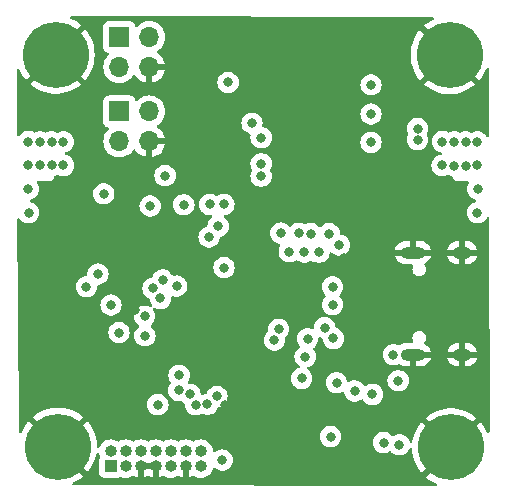
<source format=gbr>
%TF.GenerationSoftware,KiCad,Pcbnew,7.0.5-0*%
%TF.CreationDate,2023-07-12T10:20:26-04:00*%
%TF.ProjectId,stm32g431-mt6701-stspin233,73746d33-3267-4343-9331-2d6d74363730,rev?*%
%TF.SameCoordinates,Original*%
%TF.FileFunction,Copper,L2,Inr*%
%TF.FilePolarity,Positive*%
%FSLAX46Y46*%
G04 Gerber Fmt 4.6, Leading zero omitted, Abs format (unit mm)*
G04 Created by KiCad (PCBNEW 7.0.5-0) date 2023-07-12 10:20:26*
%MOMM*%
%LPD*%
G01*
G04 APERTURE LIST*
%TA.AperFunction,ComponentPad*%
%ADD10C,5.600000*%
%TD*%
%TA.AperFunction,ComponentPad*%
%ADD11R,1.000000X1.000000*%
%TD*%
%TA.AperFunction,ComponentPad*%
%ADD12O,1.000000X1.000000*%
%TD*%
%TA.AperFunction,ComponentPad*%
%ADD13O,2.100000X1.000000*%
%TD*%
%TA.AperFunction,ComponentPad*%
%ADD14O,1.600000X1.000000*%
%TD*%
%TA.AperFunction,ComponentPad*%
%ADD15R,1.700000X1.700000*%
%TD*%
%TA.AperFunction,ComponentPad*%
%ADD16O,1.700000X1.700000*%
%TD*%
%TA.AperFunction,ViaPad*%
%ADD17C,0.800000*%
%TD*%
G04 APERTURE END LIST*
D10*
%TO.N,GND*%
%TO.C,H104*%
X145075000Y-83875000D03*
%TD*%
D11*
%TO.N,unconnected-(J201-NC-Pad1)*%
%TO.C,J201*%
X116275000Y-85475000D03*
D12*
%TO.N,unconnected-(J201-NC-Pad2)*%
X116275000Y-84205000D03*
%TO.N,+3V3*%
X117545000Y-85475000D03*
%TO.N,/mcu/SDIO*%
X117545000Y-84205000D03*
%TO.N,GND*%
X118815000Y-85475000D03*
%TO.N,/mcu/SWCLK*%
X118815000Y-84205000D03*
%TO.N,GND*%
X120085000Y-85475000D03*
%TO.N,unconnected-(J201-JTDO{slash}SWO-Pad8)*%
X120085000Y-84205000D03*
%TO.N,unconnected-(J201-JRCLK{slash}NC-Pad9)*%
X121355000Y-85475000D03*
%TO.N,unconnected-(J201-JTDI{slash}NC-Pad10)*%
X121355000Y-84205000D03*
%TO.N,GND*%
X122625000Y-85475000D03*
%TO.N,/mcu/RESET*%
X122625000Y-84205000D03*
%TO.N,/UART_TX*%
X123895000Y-85475000D03*
%TO.N,/UART_RX*%
X123895000Y-84205000D03*
%TD*%
D10*
%TO.N,GND*%
%TO.C,H101*%
X144950000Y-50650000D03*
%TD*%
D13*
%TO.N,GND*%
%TO.C,J601*%
X141845000Y-76020000D03*
D14*
X146025000Y-76020000D03*
D13*
X141845000Y-67380000D03*
D14*
X146025000Y-67380000D03*
%TD*%
D10*
%TO.N,GND*%
%TO.C,H102*%
X111600000Y-50625000D03*
%TD*%
%TO.N,GND*%
%TO.C,H103*%
X111800000Y-83800000D03*
%TD*%
D15*
%TO.N,/I2C_SCL*%
%TO.C,J101*%
X116985000Y-49135000D03*
D16*
%TO.N,/I2C_SDA*%
X119525000Y-49135000D03*
%TO.N,Vmot*%
X116985000Y-51675000D03*
%TO.N,GND*%
X119525000Y-51675000D03*
%TD*%
D15*
%TO.N,/UART_TX*%
%TO.C,J102*%
X116985000Y-55425000D03*
D16*
%TO.N,/UART_RX*%
X119525000Y-55425000D03*
%TO.N,Vmot*%
X116985000Y-57965000D03*
%TO.N,GND*%
X119525000Y-57965000D03*
%TD*%
D17*
%TO.N,+3V3*%
X134750000Y-65775000D03*
X133200000Y-65775000D03*
X130112569Y-74793509D03*
X119138314Y-72762394D03*
X130650000Y-65725000D03*
X132175000Y-65750000D03*
X135054575Y-71783425D03*
X125700000Y-84950000D03*
X119600000Y-63425000D03*
X126200000Y-52975000D03*
X122054039Y-77769620D03*
X125850000Y-68650000D03*
X140195511Y-76025138D03*
X120693201Y-69677750D03*
%TO.N,GND*%
X130725000Y-52450000D03*
X136050000Y-67825000D03*
X145350000Y-55975000D03*
X110200000Y-66450000D03*
X146300000Y-56000000D03*
X132325000Y-56625000D03*
X112225000Y-56000000D03*
X132325000Y-57925000D03*
X132325000Y-59125000D03*
X147300000Y-65750000D03*
X139350000Y-86100000D03*
X110250000Y-56000000D03*
X128800000Y-52475000D03*
X128700000Y-85875000D03*
X135800000Y-61275500D03*
X147625000Y-54350000D03*
X109675000Y-74125000D03*
X109675000Y-75975000D03*
X109100000Y-80925000D03*
X114650000Y-86525000D03*
X147275000Y-56000000D03*
X147650000Y-69775000D03*
X111250000Y-55975000D03*
X113812299Y-72162299D03*
X145800000Y-54450000D03*
X124450000Y-73950000D03*
X112325000Y-66475000D03*
X125939193Y-80294416D03*
X146000000Y-80050000D03*
X118288178Y-72236777D03*
X142200000Y-47925000D03*
X128700000Y-82325000D03*
X109250000Y-56000000D03*
X123846221Y-59400129D03*
X126475000Y-73900000D03*
X137687000Y-71750000D03*
X144350000Y-55975000D03*
X131225000Y-83150000D03*
X135819322Y-75914749D03*
X129702122Y-79156515D03*
X146000000Y-78100000D03*
X110550000Y-69900000D03*
X142350000Y-86600000D03*
X121600500Y-68925000D03*
X127675000Y-63925000D03*
X122500000Y-73925000D03*
X142150000Y-53425000D03*
X117400000Y-80125000D03*
X147650000Y-71625000D03*
X114275000Y-47950000D03*
X124500000Y-71975000D03*
X124475000Y-75950000D03*
X108975000Y-54150000D03*
X147675000Y-73600000D03*
X113700000Y-73625000D03*
X133925000Y-79600000D03*
X111750000Y-80100000D03*
%TO.N,/mcu/RESET*%
X120250000Y-80250000D03*
%TO.N,/mcu/~{MOT_SHDN}*%
X135114000Y-74650000D03*
X130484010Y-73865588D03*
%TO.N,Vmot*%
X138300000Y-55650000D03*
X145350000Y-60025000D03*
X138300000Y-53175000D03*
X139357513Y-83457513D03*
X147300000Y-60000000D03*
X109275000Y-60000000D03*
X147300000Y-58000000D03*
X142250000Y-56875000D03*
X146300000Y-58000000D03*
X111250000Y-58000000D03*
X112250000Y-60000000D03*
X109275000Y-57975000D03*
X145350000Y-58000000D03*
X144325000Y-60000000D03*
X111250000Y-60000000D03*
X142250000Y-57825000D03*
X134875000Y-82950000D03*
X110275000Y-58000000D03*
X146300000Y-60025000D03*
X138300000Y-58050000D03*
X112250000Y-58000000D03*
X110275000Y-60000000D03*
X144350000Y-57975000D03*
%TO.N,+5V*%
X135050535Y-70275381D03*
X135625000Y-66750000D03*
%TO.N,/I2C_SCL*%
X122451000Y-63325000D03*
%TO.N,/I2C_SDA*%
X120464674Y-71260326D03*
%TO.N,/UART_TX*%
X122961089Y-79365735D03*
X114200000Y-70275000D03*
%TO.N,/UART_RX*%
X122014225Y-79045650D03*
X115175000Y-69200000D03*
%TO.N,/CAN_H*%
X115675000Y-62400000D03*
X109300000Y-64000000D03*
X129000500Y-60916764D03*
X147300000Y-64000000D03*
%TO.N,/CAN_L*%
X129000500Y-59850000D03*
X147325000Y-62000000D03*
X109275000Y-62000000D03*
%TO.N,/display/TFT_COPI*%
X124650000Y-63300000D03*
X119842851Y-70404319D03*
%TO.N,/motor driver/MOT_U*%
X140700000Y-83650000D03*
%TO.N,/motor driver/MOT_V*%
X140600000Y-78225000D03*
%TO.N,/motor driver/MOT_W*%
X138412015Y-79388386D03*
%TO.N,/mcu/SDIO*%
X125348302Y-65155479D03*
%TO.N,/mcu/SWCLK*%
X124580381Y-66055613D03*
%TO.N,/display/TFT_BL*%
X119159225Y-74424217D03*
X120864410Y-60864410D03*
%TO.N,/encoder/~{ENC_CS}*%
X123450906Y-80253546D03*
X131375000Y-67300000D03*
%TO.N,/display/~{TFT_CS}*%
X129000500Y-57650000D03*
X121855327Y-70212166D03*
%TO.N,/display/TFT_DC*%
X116282131Y-71820445D03*
X128225000Y-56425000D03*
%TO.N,/display/TFT_RESET*%
X125837701Y-63300500D03*
X116964504Y-74144476D03*
%TO.N,/encoder/ENC_SCK*%
X124450000Y-80225000D03*
X132650000Y-67325000D03*
%TO.N,/encoder/ENC_CIPO*%
X133880698Y-67355698D03*
X125260589Y-79560589D03*
%TO.N,/mcu/TIM1_CH3N*%
X132724500Y-76188045D03*
X135389500Y-78399500D03*
%TO.N,/mcu/TIM1_CH1*%
X132427500Y-78025000D03*
X132922955Y-74675000D03*
%TO.N,/mcu/TIM1_CH3*%
X136925000Y-79100500D03*
X134389500Y-73725000D03*
%TD*%
%TA.AperFunction,Conductor*%
%TO.N,GND*%
G36*
X143505170Y-47421888D02*
G01*
X143572165Y-47441723D01*
X143617801Y-47494629D01*
X143627590Y-47563810D01*
X143598423Y-47627300D01*
X143556959Y-47658427D01*
X143401987Y-47730125D01*
X143095370Y-47914609D01*
X143095367Y-47914611D01*
X142810491Y-48131166D01*
X142797256Y-48143703D01*
X142797255Y-48143703D01*
X144005819Y-49352266D01*
X143815130Y-49515130D01*
X143652267Y-49705818D01*
X142446442Y-48499994D01*
X142446441Y-48499995D01*
X142319040Y-48649983D01*
X142319033Y-48649993D01*
X142118218Y-48946172D01*
X141950606Y-49262322D01*
X141950597Y-49262340D01*
X141818149Y-49594760D01*
X141818147Y-49594767D01*
X141722421Y-49939542D01*
X141722415Y-49939568D01*
X141664527Y-50292668D01*
X141664526Y-50292685D01*
X141645153Y-50649997D01*
X141645153Y-50650002D01*
X141664526Y-51007314D01*
X141664527Y-51007331D01*
X141722415Y-51360431D01*
X141722421Y-51360457D01*
X141818147Y-51705232D01*
X141818149Y-51705239D01*
X141950597Y-52037659D01*
X141950606Y-52037677D01*
X142118218Y-52353827D01*
X142319033Y-52650007D01*
X142446441Y-52800003D01*
X142446442Y-52800004D01*
X143652266Y-51594180D01*
X143815130Y-51784870D01*
X144005818Y-51947732D01*
X142797255Y-53156295D01*
X142797256Y-53156296D01*
X142810485Y-53168828D01*
X142810486Y-53168829D01*
X143095367Y-53385388D01*
X143095370Y-53385390D01*
X143401990Y-53569876D01*
X143726739Y-53720122D01*
X143726744Y-53720123D01*
X144065855Y-53834383D01*
X144415339Y-53911311D01*
X144771075Y-53949999D01*
X144771085Y-53950000D01*
X145128915Y-53950000D01*
X145128924Y-53949999D01*
X145484660Y-53911311D01*
X145834144Y-53834383D01*
X146173255Y-53720123D01*
X146173260Y-53720122D01*
X146498009Y-53569876D01*
X146804629Y-53385390D01*
X146804632Y-53385388D01*
X147089504Y-53168836D01*
X147102742Y-53156294D01*
X145894180Y-51947733D01*
X146084870Y-51784870D01*
X146247733Y-51594180D01*
X147453556Y-52800003D01*
X147580964Y-52650008D01*
X147580975Y-52649994D01*
X147781781Y-52353827D01*
X147949393Y-52037677D01*
X147949402Y-52037659D01*
X148043551Y-51801363D01*
X148086651Y-51746371D01*
X148152640Y-51723410D01*
X148220567Y-51739771D01*
X148268866Y-51790259D01*
X148282733Y-51845624D01*
X148292778Y-52606722D01*
X148324361Y-54999901D01*
X148324363Y-55000013D01*
X148324363Y-57510474D01*
X148304678Y-57577513D01*
X148251874Y-57623268D01*
X148182716Y-57633212D01*
X148119160Y-57604187D01*
X148092976Y-57572474D01*
X148032534Y-57467785D01*
X147931792Y-57355900D01*
X147905871Y-57327112D01*
X147905870Y-57327111D01*
X147752734Y-57215851D01*
X147752729Y-57215848D01*
X147579807Y-57138857D01*
X147579802Y-57138855D01*
X147434000Y-57107865D01*
X147394646Y-57099500D01*
X147205354Y-57099500D01*
X147172897Y-57106398D01*
X147020197Y-57138855D01*
X147020192Y-57138857D01*
X146850436Y-57214439D01*
X146781186Y-57223724D01*
X146749564Y-57214439D01*
X146579807Y-57138857D01*
X146579802Y-57138855D01*
X146434000Y-57107865D01*
X146394646Y-57099500D01*
X146205354Y-57099500D01*
X146172897Y-57106398D01*
X146020197Y-57138855D01*
X146020192Y-57138857D01*
X145875436Y-57203308D01*
X145806186Y-57212593D01*
X145774564Y-57203308D01*
X145629807Y-57138857D01*
X145629802Y-57138855D01*
X145484000Y-57107865D01*
X145444646Y-57099500D01*
X145255354Y-57099500D01*
X145222897Y-57106398D01*
X145070197Y-57138855D01*
X144925388Y-57203329D01*
X144856138Y-57212613D01*
X144808895Y-57193178D01*
X144808363Y-57194101D01*
X144802729Y-57190848D01*
X144629807Y-57113857D01*
X144629802Y-57113855D01*
X144484001Y-57082865D01*
X144444646Y-57074500D01*
X144255354Y-57074500D01*
X144222897Y-57081398D01*
X144070197Y-57113855D01*
X144070192Y-57113857D01*
X143897270Y-57190848D01*
X143897265Y-57190851D01*
X143744129Y-57302111D01*
X143617466Y-57442785D01*
X143522821Y-57606715D01*
X143522818Y-57606722D01*
X143464327Y-57786740D01*
X143464326Y-57786744D01*
X143444540Y-57975000D01*
X143464326Y-58163256D01*
X143464327Y-58163259D01*
X143522818Y-58343277D01*
X143522821Y-58343284D01*
X143617467Y-58507216D01*
X143707116Y-58606781D01*
X143744129Y-58647888D01*
X143897265Y-58759148D01*
X143897270Y-58759151D01*
X144070192Y-58836142D01*
X144070197Y-58836144D01*
X144199148Y-58863553D01*
X144260630Y-58896745D01*
X144294406Y-58957908D01*
X144289754Y-59027623D01*
X144248150Y-59083755D01*
X144199148Y-59106133D01*
X144045197Y-59138855D01*
X144045192Y-59138857D01*
X143872270Y-59215848D01*
X143872265Y-59215851D01*
X143719129Y-59327111D01*
X143592466Y-59467785D01*
X143497821Y-59631715D01*
X143497818Y-59631722D01*
X143439327Y-59811740D01*
X143439326Y-59811744D01*
X143419540Y-60000000D01*
X143439326Y-60188256D01*
X143439327Y-60188259D01*
X143497818Y-60368277D01*
X143497821Y-60368284D01*
X143592467Y-60532216D01*
X143607117Y-60548486D01*
X143719129Y-60672888D01*
X143872265Y-60784148D01*
X143872270Y-60784151D01*
X144045192Y-60861142D01*
X144045197Y-60861144D01*
X144230354Y-60900500D01*
X144230355Y-60900500D01*
X144419644Y-60900500D01*
X144419646Y-60900500D01*
X144604803Y-60861144D01*
X144765112Y-60789768D01*
X144834360Y-60780484D01*
X144888433Y-60802730D01*
X144897270Y-60809151D01*
X145070197Y-60886144D01*
X145126182Y-60898043D01*
X145187661Y-60931235D01*
X145221438Y-60992397D01*
X145224399Y-61019333D01*
X145224399Y-61047591D01*
X145224400Y-61047594D01*
X145253808Y-61138112D01*
X145253809Y-61138114D01*
X145253810Y-61138115D01*
X145254348Y-61138856D01*
X145257434Y-61143103D01*
X145273633Y-61173572D01*
X145276720Y-61182055D01*
X145285363Y-61186195D01*
X145302783Y-61205528D01*
X145309752Y-61215121D01*
X145310754Y-61215849D01*
X145322928Y-61224695D01*
X145345027Y-61245304D01*
X145352685Y-61254431D01*
X145359485Y-61255217D01*
X145384014Y-61269083D01*
X145386752Y-61271073D01*
X145406629Y-61277533D01*
X145412666Y-61279496D01*
X145436337Y-61290036D01*
X145449659Y-61297727D01*
X145453890Y-61296797D01*
X145467553Y-61299449D01*
X145467630Y-61298967D01*
X145477267Y-61300493D01*
X145477272Y-61300495D01*
X145500102Y-61300496D01*
X145500116Y-61300500D01*
X145516853Y-61300500D01*
X145538385Y-61302384D01*
X145564901Y-61307059D01*
X145568687Y-61304748D01*
X145600867Y-61300500D01*
X146474274Y-61300500D01*
X146541313Y-61320185D01*
X146587068Y-61372989D01*
X146597012Y-61442147D01*
X146581661Y-61486500D01*
X146497821Y-61631715D01*
X146497818Y-61631722D01*
X146450320Y-61777908D01*
X146439326Y-61811744D01*
X146419540Y-62000000D01*
X146439326Y-62188256D01*
X146439327Y-62188259D01*
X146497818Y-62368277D01*
X146497821Y-62368284D01*
X146592467Y-62532216D01*
X146678362Y-62627612D01*
X146719129Y-62672888D01*
X146872265Y-62784148D01*
X146872270Y-62784151D01*
X147045192Y-62861142D01*
X147045193Y-62861142D01*
X147045197Y-62861144D01*
X147093110Y-62871328D01*
X147115338Y-62876053D01*
X147176820Y-62909245D01*
X147210597Y-62970408D01*
X147205945Y-63040123D01*
X147164341Y-63096255D01*
X147115339Y-63118633D01*
X147020197Y-63138855D01*
X147020192Y-63138857D01*
X146847270Y-63215848D01*
X146847265Y-63215851D01*
X146694129Y-63327111D01*
X146567466Y-63467785D01*
X146472821Y-63631715D01*
X146472818Y-63631722D01*
X146420326Y-63793277D01*
X146414326Y-63811744D01*
X146394540Y-64000000D01*
X146414326Y-64188256D01*
X146414327Y-64188259D01*
X146472818Y-64368277D01*
X146472821Y-64368284D01*
X146567467Y-64532216D01*
X146694128Y-64672888D01*
X146694129Y-64672888D01*
X146847265Y-64784148D01*
X146847270Y-64784151D01*
X147020192Y-64861142D01*
X147020197Y-64861144D01*
X147205354Y-64900500D01*
X147205355Y-64900500D01*
X147394644Y-64900500D01*
X147394646Y-64900500D01*
X147579803Y-64861144D01*
X147752730Y-64784151D01*
X147905871Y-64672888D01*
X148032533Y-64532216D01*
X148042976Y-64514129D01*
X148092976Y-64427526D01*
X148143542Y-64379310D01*
X148212149Y-64366086D01*
X148277014Y-64392054D01*
X148317543Y-64448968D01*
X148324363Y-64489525D01*
X148324363Y-64999986D01*
X148348025Y-82527690D01*
X148328431Y-82594756D01*
X148275689Y-82640582D01*
X148206544Y-82650619D01*
X148142949Y-82621679D01*
X148108832Y-82573753D01*
X148074405Y-82487346D01*
X148074393Y-82487322D01*
X147906781Y-82171172D01*
X147705966Y-81874992D01*
X147578557Y-81724995D01*
X147578556Y-81724994D01*
X146372732Y-82930818D01*
X146209870Y-82740130D01*
X146019180Y-82577266D01*
X147227743Y-81368703D01*
X147227742Y-81368702D01*
X147214514Y-81356171D01*
X147214513Y-81356170D01*
X146929632Y-81139611D01*
X146929629Y-81139609D01*
X146623009Y-80955123D01*
X146298260Y-80804877D01*
X146298255Y-80804876D01*
X145959144Y-80690616D01*
X145609660Y-80613688D01*
X145253924Y-80575000D01*
X144896075Y-80575000D01*
X144540339Y-80613688D01*
X144190855Y-80690616D01*
X143851744Y-80804876D01*
X143851739Y-80804877D01*
X143526990Y-80955123D01*
X143220370Y-81139609D01*
X143220367Y-81139611D01*
X142935491Y-81356166D01*
X142922256Y-81368703D01*
X142922255Y-81368703D01*
X144130819Y-82577266D01*
X143940130Y-82740130D01*
X143777266Y-82930818D01*
X142571442Y-81724994D01*
X142571441Y-81724995D01*
X142444040Y-81874983D01*
X142444033Y-81874993D01*
X142243218Y-82171172D01*
X142075606Y-82487322D01*
X142075597Y-82487340D01*
X141943149Y-82819760D01*
X141943147Y-82819767D01*
X141847421Y-83164542D01*
X141847415Y-83164568D01*
X141809832Y-83393816D01*
X141779561Y-83456788D01*
X141720051Y-83493397D01*
X141650195Y-83492021D01*
X141592172Y-83453096D01*
X141569535Y-83412073D01*
X141527181Y-83281722D01*
X141527180Y-83281721D01*
X141527179Y-83281716D01*
X141432533Y-83117784D01*
X141305871Y-82977112D01*
X141305870Y-82977111D01*
X141152734Y-82865851D01*
X141152729Y-82865848D01*
X140979807Y-82788857D01*
X140979802Y-82788855D01*
X140834000Y-82757865D01*
X140794646Y-82749500D01*
X140605354Y-82749500D01*
X140572897Y-82756398D01*
X140420197Y-82788855D01*
X140420192Y-82788857D01*
X140247271Y-82865848D01*
X140210189Y-82892789D01*
X140144382Y-82916267D01*
X140076328Y-82900440D01*
X140045156Y-82875442D01*
X140036520Y-82865851D01*
X139963384Y-82784625D01*
X139931891Y-82761744D01*
X139810247Y-82673364D01*
X139810242Y-82673361D01*
X139637320Y-82596370D01*
X139637315Y-82596368D01*
X139491514Y-82565378D01*
X139452159Y-82557013D01*
X139262867Y-82557013D01*
X139230410Y-82563911D01*
X139077710Y-82596368D01*
X139077705Y-82596370D01*
X138904783Y-82673361D01*
X138904778Y-82673364D01*
X138751642Y-82784624D01*
X138624979Y-82925298D01*
X138530334Y-83089228D01*
X138530331Y-83089235D01*
X138488176Y-83218976D01*
X138471839Y-83269257D01*
X138452053Y-83457513D01*
X138471839Y-83645769D01*
X138471840Y-83645772D01*
X138530331Y-83825790D01*
X138530334Y-83825797D01*
X138624980Y-83989729D01*
X138680211Y-84051069D01*
X138751642Y-84130401D01*
X138904778Y-84241661D01*
X138904783Y-84241664D01*
X139077705Y-84318655D01*
X139077710Y-84318657D01*
X139262867Y-84358013D01*
X139262868Y-84358013D01*
X139452157Y-84358013D01*
X139452159Y-84358013D01*
X139637316Y-84318657D01*
X139810243Y-84241664D01*
X139847320Y-84214725D01*
X139913125Y-84191245D01*
X139981180Y-84207070D01*
X140012355Y-84232070D01*
X140094128Y-84322887D01*
X140094129Y-84322888D01*
X140247265Y-84434148D01*
X140247270Y-84434151D01*
X140420192Y-84511142D01*
X140420197Y-84511144D01*
X140605354Y-84550500D01*
X140605355Y-84550500D01*
X140794644Y-84550500D01*
X140794646Y-84550500D01*
X140979803Y-84511144D01*
X141152730Y-84434151D01*
X141305871Y-84322888D01*
X141432533Y-84182216D01*
X141527179Y-84018284D01*
X141536354Y-83990044D01*
X141575789Y-83932371D01*
X141640147Y-83905171D01*
X141708993Y-83917083D01*
X141760470Y-83964326D01*
X141778103Y-84021648D01*
X141789526Y-84232315D01*
X141789527Y-84232331D01*
X141847415Y-84585431D01*
X141847421Y-84585457D01*
X141943147Y-84930232D01*
X141943149Y-84930239D01*
X142075597Y-85262659D01*
X142075606Y-85262677D01*
X142243218Y-85578827D01*
X142444033Y-85875007D01*
X142571441Y-86025003D01*
X142571442Y-86025004D01*
X143777266Y-84819180D01*
X143940130Y-85009870D01*
X144130818Y-85172732D01*
X142922255Y-86381295D01*
X142922256Y-86381296D01*
X142935485Y-86393828D01*
X142935486Y-86393829D01*
X143220367Y-86610388D01*
X143220370Y-86610390D01*
X143526990Y-86794876D01*
X143813444Y-86927404D01*
X143866022Y-86973418D01*
X143885376Y-87040554D01*
X143865362Y-87107495D01*
X143812333Y-87152990D01*
X143761032Y-87163943D01*
X113135759Y-87078541D01*
X113068775Y-87058669D01*
X113023167Y-87005738D01*
X113013417Y-86936552D01*
X113042619Y-86873077D01*
X113084039Y-86842002D01*
X113348009Y-86719876D01*
X113654629Y-86535390D01*
X113654632Y-86535388D01*
X113939504Y-86318836D01*
X113952742Y-86306294D01*
X112744180Y-85097733D01*
X112934870Y-84934870D01*
X113097733Y-84744180D01*
X114303556Y-85950003D01*
X114430964Y-85800008D01*
X114430975Y-85799994D01*
X114631781Y-85503827D01*
X114799393Y-85187677D01*
X114799402Y-85187659D01*
X114931850Y-84855239D01*
X114931852Y-84855232D01*
X115027578Y-84510457D01*
X115027581Y-84510446D01*
X115044900Y-84404804D01*
X115075171Y-84341832D01*
X115134682Y-84305222D01*
X115204538Y-84306598D01*
X115262561Y-84345522D01*
X115286434Y-84395536D01*
X115287208Y-84395302D01*
X115288752Y-84400393D01*
X115288884Y-84400669D01*
X115288975Y-84401127D01*
X115288975Y-84401129D01*
X115288976Y-84401132D01*
X115322348Y-84511144D01*
X115346187Y-84589729D01*
X115347321Y-84591850D01*
X115347580Y-84593094D01*
X115348518Y-84595359D01*
X115348088Y-84595536D01*
X115361564Y-84660253D01*
X115337233Y-84724614D01*
X115331205Y-84732666D01*
X115331202Y-84732671D01*
X115280908Y-84867517D01*
X115274501Y-84927116D01*
X115274500Y-84927135D01*
X115274500Y-86022870D01*
X115274501Y-86022876D01*
X115280908Y-86082483D01*
X115331202Y-86217328D01*
X115331206Y-86217335D01*
X115417452Y-86332544D01*
X115417455Y-86332547D01*
X115532664Y-86418793D01*
X115532671Y-86418797D01*
X115667517Y-86469091D01*
X115667516Y-86469091D01*
X115674444Y-86469835D01*
X115727127Y-86475500D01*
X116822872Y-86475499D01*
X116882483Y-86469091D01*
X117017331Y-86418796D01*
X117025379Y-86412770D01*
X117090842Y-86388351D01*
X117154474Y-86401895D01*
X117154645Y-86401483D01*
X117156875Y-86402406D01*
X117158146Y-86402677D01*
X117160273Y-86403814D01*
X117348868Y-86461024D01*
X117545000Y-86480341D01*
X117741132Y-86461024D01*
X117929727Y-86403814D01*
X118103538Y-86310910D01*
X118103544Y-86310904D01*
X118108607Y-86307523D01*
X118109624Y-86309045D01*
X118166021Y-86285084D01*
X118234890Y-86296866D01*
X118251424Y-86307489D01*
X118251678Y-86307110D01*
X118256738Y-86310491D01*
X118430465Y-86403349D01*
X118565000Y-86444159D01*
X119064999Y-86444159D01*
X119199538Y-86403348D01*
X119373258Y-86310493D01*
X119378328Y-86307106D01*
X119379369Y-86308665D01*
X119435616Y-86284762D01*
X119504487Y-86296538D01*
X119521457Y-86307440D01*
X119521678Y-86307110D01*
X119526738Y-86310491D01*
X119700465Y-86403349D01*
X119835000Y-86444159D01*
X119835000Y-85725000D01*
X119065000Y-85725000D01*
X119064999Y-86444159D01*
X118565000Y-86444159D01*
X118564999Y-85682672D01*
X118602871Y-85727805D01*
X118702129Y-85785112D01*
X118786564Y-85800000D01*
X118843436Y-85800000D01*
X118927871Y-85785112D01*
X119027129Y-85727805D01*
X119100801Y-85640007D01*
X119140000Y-85532306D01*
X119140000Y-85417694D01*
X119100801Y-85309993D01*
X119029483Y-85225000D01*
X119870517Y-85225000D01*
X119799199Y-85309993D01*
X119760000Y-85417694D01*
X119760000Y-85532306D01*
X119799199Y-85640007D01*
X119872871Y-85727805D01*
X119972129Y-85785112D01*
X120056564Y-85800000D01*
X120113436Y-85800000D01*
X120197871Y-85785112D01*
X120297129Y-85727805D01*
X120334999Y-85682672D01*
X120335000Y-86444159D01*
X120469534Y-86403349D01*
X120643259Y-86310492D01*
X120648320Y-86307111D01*
X120649444Y-86308793D01*
X120705203Y-86285086D01*
X120774075Y-86296851D01*
X120791186Y-86307843D01*
X120791399Y-86307526D01*
X120796457Y-86310906D01*
X120796462Y-86310910D01*
X120928143Y-86381295D01*
X120968147Y-86402678D01*
X120970273Y-86403814D01*
X121158868Y-86461024D01*
X121355000Y-86480341D01*
X121551132Y-86461024D01*
X121739727Y-86403814D01*
X121913538Y-86310910D01*
X121913544Y-86310904D01*
X121918607Y-86307523D01*
X121919624Y-86309045D01*
X121976021Y-86285084D01*
X122044890Y-86296866D01*
X122061424Y-86307489D01*
X122061678Y-86307110D01*
X122066738Y-86310491D01*
X122240465Y-86403349D01*
X122375000Y-86444159D01*
X122375000Y-85682672D01*
X122412871Y-85727805D01*
X122512129Y-85785112D01*
X122596564Y-85800000D01*
X122653436Y-85800000D01*
X122737871Y-85785112D01*
X122837129Y-85727805D01*
X122874999Y-85682672D01*
X122874999Y-86444159D01*
X123009534Y-86403349D01*
X123183259Y-86310492D01*
X123188320Y-86307111D01*
X123189444Y-86308793D01*
X123245203Y-86285086D01*
X123314075Y-86296851D01*
X123331186Y-86307843D01*
X123331399Y-86307526D01*
X123336457Y-86310906D01*
X123336462Y-86310910D01*
X123468143Y-86381295D01*
X123508147Y-86402678D01*
X123510273Y-86403814D01*
X123698868Y-86461024D01*
X123895000Y-86480341D01*
X124091132Y-86461024D01*
X124279727Y-86403814D01*
X124281853Y-86402678D01*
X124413060Y-86332546D01*
X124453538Y-86310910D01*
X124605883Y-86185883D01*
X124730910Y-86033538D01*
X124823814Y-85859727D01*
X124881024Y-85671132D01*
X124881024Y-85671128D01*
X124881889Y-85668278D01*
X124920187Y-85609839D01*
X124983999Y-85581383D01*
X125053066Y-85591943D01*
X125089169Y-85618685D01*
X125089300Y-85618540D01*
X125090817Y-85619906D01*
X125092699Y-85621300D01*
X125094128Y-85622887D01*
X125094129Y-85622888D01*
X125247265Y-85734148D01*
X125247270Y-85734151D01*
X125420192Y-85811142D01*
X125420197Y-85811144D01*
X125605354Y-85850500D01*
X125605355Y-85850500D01*
X125794644Y-85850500D01*
X125794646Y-85850500D01*
X125979803Y-85811144D01*
X126152730Y-85734151D01*
X126305871Y-85622888D01*
X126432533Y-85482216D01*
X126527179Y-85318284D01*
X126585674Y-85138256D01*
X126605460Y-84950000D01*
X126585674Y-84761744D01*
X126527179Y-84581716D01*
X126432533Y-84417784D01*
X126305871Y-84277112D01*
X126305870Y-84277111D01*
X126152734Y-84165851D01*
X126152729Y-84165848D01*
X125979807Y-84088857D01*
X125979802Y-84088855D01*
X125834001Y-84057865D01*
X125794646Y-84049500D01*
X125605354Y-84049500D01*
X125572897Y-84056398D01*
X125420197Y-84088855D01*
X125420192Y-84088857D01*
X125247270Y-84165848D01*
X125247265Y-84165851D01*
X125094986Y-84276488D01*
X125029179Y-84299968D01*
X124961126Y-84284142D01*
X124912431Y-84234036D01*
X124898698Y-84188326D01*
X124881024Y-84008868D01*
X124823814Y-83820273D01*
X124823811Y-83820269D01*
X124823811Y-83820266D01*
X124730913Y-83646467D01*
X124730909Y-83646460D01*
X124605883Y-83494116D01*
X124453539Y-83369090D01*
X124453532Y-83369086D01*
X124279733Y-83276188D01*
X124279727Y-83276186D01*
X124091132Y-83218976D01*
X124091129Y-83218975D01*
X123895000Y-83199659D01*
X123698870Y-83218975D01*
X123510266Y-83276188D01*
X123336467Y-83369086D01*
X123331399Y-83372473D01*
X123330305Y-83370836D01*
X123274337Y-83394596D01*
X123205471Y-83382795D01*
X123188843Y-83372109D01*
X123188601Y-83372473D01*
X123183532Y-83369086D01*
X123009733Y-83276188D01*
X123009727Y-83276186D01*
X122821132Y-83218976D01*
X122821129Y-83218975D01*
X122625000Y-83199659D01*
X122428870Y-83218975D01*
X122240266Y-83276188D01*
X122066467Y-83369086D01*
X122061399Y-83372473D01*
X122060305Y-83370836D01*
X122004337Y-83394596D01*
X121935471Y-83382795D01*
X121918843Y-83372109D01*
X121918601Y-83372473D01*
X121913532Y-83369086D01*
X121739733Y-83276188D01*
X121739727Y-83276186D01*
X121551132Y-83218976D01*
X121551129Y-83218975D01*
X121355000Y-83199659D01*
X121158870Y-83218975D01*
X120970266Y-83276188D01*
X120796467Y-83369086D01*
X120791399Y-83372473D01*
X120790305Y-83370836D01*
X120734337Y-83394596D01*
X120665471Y-83382795D01*
X120648843Y-83372109D01*
X120648601Y-83372473D01*
X120643532Y-83369086D01*
X120469733Y-83276188D01*
X120469727Y-83276186D01*
X120281132Y-83218976D01*
X120281129Y-83218975D01*
X120085000Y-83199659D01*
X119888870Y-83218975D01*
X119700266Y-83276188D01*
X119526467Y-83369086D01*
X119521399Y-83372473D01*
X119520305Y-83370836D01*
X119464337Y-83394596D01*
X119395471Y-83382795D01*
X119378843Y-83372109D01*
X119378601Y-83372473D01*
X119373532Y-83369086D01*
X119199733Y-83276188D01*
X119199727Y-83276186D01*
X119011132Y-83218976D01*
X119011129Y-83218975D01*
X118815000Y-83199659D01*
X118618870Y-83218975D01*
X118430266Y-83276188D01*
X118256467Y-83369086D01*
X118251399Y-83372473D01*
X118250305Y-83370836D01*
X118194337Y-83394596D01*
X118125471Y-83382795D01*
X118108843Y-83372109D01*
X118108601Y-83372473D01*
X118103532Y-83369086D01*
X117929733Y-83276188D01*
X117929727Y-83276186D01*
X117741132Y-83218976D01*
X117741129Y-83218975D01*
X117545000Y-83199659D01*
X117348870Y-83218975D01*
X117160266Y-83276188D01*
X116986465Y-83369087D01*
X116981405Y-83372469D01*
X116980314Y-83370836D01*
X116924317Y-83394600D01*
X116855453Y-83382787D01*
X116838844Y-83372109D01*
X116838601Y-83372474D01*
X116833540Y-83369091D01*
X116833538Y-83369090D01*
X116711846Y-83304044D01*
X116659730Y-83276187D01*
X116471129Y-83218975D01*
X116275000Y-83199659D01*
X116078870Y-83218975D01*
X115890266Y-83276188D01*
X115716467Y-83369086D01*
X115716460Y-83369090D01*
X115564116Y-83494116D01*
X115439090Y-83646460D01*
X115439086Y-83646467D01*
X115346185Y-83820273D01*
X115343856Y-83825897D01*
X115342291Y-83825248D01*
X115308415Y-83876912D01*
X115244595Y-83905351D01*
X115175530Y-83894772D01*
X115123149Y-83848533D01*
X115104259Y-83789169D01*
X115085473Y-83442685D01*
X115085472Y-83442668D01*
X115027584Y-83089568D01*
X115027578Y-83089542D01*
X114988834Y-82950000D01*
X133969540Y-82950000D01*
X133989326Y-83138256D01*
X133989327Y-83138259D01*
X134047818Y-83318277D01*
X134047821Y-83318284D01*
X134142467Y-83482216D01*
X134153183Y-83494117D01*
X134269129Y-83622888D01*
X134422265Y-83734148D01*
X134422270Y-83734151D01*
X134595192Y-83811142D01*
X134595197Y-83811144D01*
X134780354Y-83850500D01*
X134780355Y-83850500D01*
X134969644Y-83850500D01*
X134969646Y-83850500D01*
X135154803Y-83811144D01*
X135327730Y-83734151D01*
X135480871Y-83622888D01*
X135607533Y-83482216D01*
X135702179Y-83318284D01*
X135760674Y-83138256D01*
X135780460Y-82950000D01*
X135760674Y-82761744D01*
X135702179Y-82581716D01*
X135607533Y-82417784D01*
X135480871Y-82277112D01*
X135476043Y-82273604D01*
X135327734Y-82165851D01*
X135327729Y-82165848D01*
X135154807Y-82088857D01*
X135154802Y-82088855D01*
X135009000Y-82057865D01*
X134969646Y-82049500D01*
X134780354Y-82049500D01*
X134747897Y-82056398D01*
X134595197Y-82088855D01*
X134595192Y-82088857D01*
X134422270Y-82165848D01*
X134422265Y-82165851D01*
X134269129Y-82277111D01*
X134142466Y-82417785D01*
X134047821Y-82581715D01*
X134047818Y-82581722D01*
X133994844Y-82744760D01*
X133989326Y-82761744D01*
X133969540Y-82950000D01*
X114988834Y-82950000D01*
X114931852Y-82744767D01*
X114931850Y-82744760D01*
X114799402Y-82412340D01*
X114799393Y-82412322D01*
X114631781Y-82096172D01*
X114430966Y-81799992D01*
X114303557Y-81649995D01*
X114303556Y-81649994D01*
X113097732Y-82855818D01*
X112934870Y-82665130D01*
X112744180Y-82502266D01*
X113952743Y-81293703D01*
X113952742Y-81293702D01*
X113939514Y-81281171D01*
X113939513Y-81281170D01*
X113654632Y-81064611D01*
X113654629Y-81064609D01*
X113348009Y-80880123D01*
X113023260Y-80729877D01*
X113023255Y-80729876D01*
X112684144Y-80615616D01*
X112334660Y-80538688D01*
X111978924Y-80500000D01*
X111621075Y-80500000D01*
X111265339Y-80538688D01*
X110915855Y-80615616D01*
X110576744Y-80729876D01*
X110576739Y-80729877D01*
X110251990Y-80880123D01*
X109945370Y-81064609D01*
X109945367Y-81064611D01*
X109660491Y-81281166D01*
X109647256Y-81293703D01*
X109647255Y-81293703D01*
X110855819Y-82502266D01*
X110665130Y-82665130D01*
X110502266Y-82855819D01*
X109296442Y-81649994D01*
X109296441Y-81649995D01*
X109169040Y-81799983D01*
X109169033Y-81799993D01*
X108968218Y-82096172D01*
X108800606Y-82412322D01*
X108800597Y-82412341D01*
X108734335Y-82578646D01*
X108691234Y-82633638D01*
X108625245Y-82656599D01*
X108557318Y-82640238D01*
X108509020Y-82589750D01*
X108495148Y-82533948D01*
X108473068Y-80250000D01*
X119344540Y-80250000D01*
X119364326Y-80438256D01*
X119364327Y-80438259D01*
X119422818Y-80618277D01*
X119422821Y-80618284D01*
X119517467Y-80782216D01*
X119605623Y-80880123D01*
X119644129Y-80922888D01*
X119797265Y-81034148D01*
X119797270Y-81034151D01*
X119970192Y-81111142D01*
X119970197Y-81111144D01*
X120155354Y-81150500D01*
X120155355Y-81150500D01*
X120344644Y-81150500D01*
X120344646Y-81150500D01*
X120529803Y-81111144D01*
X120702730Y-81034151D01*
X120855871Y-80922888D01*
X120982533Y-80782216D01*
X121077179Y-80618284D01*
X121135674Y-80438256D01*
X121155460Y-80250000D01*
X121135674Y-80061744D01*
X121077179Y-79881716D01*
X120982533Y-79717784D01*
X120855871Y-79577112D01*
X120855870Y-79577111D01*
X120702734Y-79465851D01*
X120702729Y-79465848D01*
X120529807Y-79388857D01*
X120529802Y-79388855D01*
X120384000Y-79357865D01*
X120344646Y-79349500D01*
X120155354Y-79349500D01*
X120122897Y-79356398D01*
X119970197Y-79388855D01*
X119970192Y-79388857D01*
X119797270Y-79465848D01*
X119797265Y-79465851D01*
X119644129Y-79577111D01*
X119517466Y-79717785D01*
X119422821Y-79881715D01*
X119422818Y-79881722D01*
X119364327Y-80061740D01*
X119364326Y-80061744D01*
X119344540Y-80250000D01*
X108473068Y-80250000D01*
X108461425Y-79045650D01*
X121108765Y-79045650D01*
X121128551Y-79233906D01*
X121128552Y-79233909D01*
X121187043Y-79413927D01*
X121187046Y-79413934D01*
X121281692Y-79577866D01*
X121407675Y-79717784D01*
X121408354Y-79718538D01*
X121561490Y-79829798D01*
X121561495Y-79829801D01*
X121734417Y-79906792D01*
X121734422Y-79906794D01*
X121919579Y-79946150D01*
X121919580Y-79946150D01*
X122108869Y-79946150D01*
X122108871Y-79946150D01*
X122175730Y-79931938D01*
X122245393Y-79937253D01*
X122293658Y-79970255D01*
X122355217Y-80038622D01*
X122355224Y-80038628D01*
X122495017Y-80140193D01*
X122537683Y-80195522D01*
X122544596Y-80247049D01*
X122545446Y-80247049D01*
X122545446Y-80253383D01*
X122545455Y-80253451D01*
X122545446Y-80253536D01*
X122545446Y-80253543D01*
X122545446Y-80253546D01*
X122565232Y-80441802D01*
X122565233Y-80441805D01*
X122623724Y-80621823D01*
X122623727Y-80621830D01*
X122718373Y-80785762D01*
X122819332Y-80897888D01*
X122845035Y-80926434D01*
X122998171Y-81037694D01*
X122998176Y-81037697D01*
X123171098Y-81114688D01*
X123171103Y-81114690D01*
X123356260Y-81154046D01*
X123356261Y-81154046D01*
X123545550Y-81154046D01*
X123545552Y-81154046D01*
X123730709Y-81114690D01*
X123903636Y-81037697D01*
X123905649Y-81036234D01*
X123907016Y-81035746D01*
X123909265Y-81034448D01*
X123909502Y-81034859D01*
X123971451Y-81012750D01*
X124028976Y-81023267D01*
X124170197Y-81086144D01*
X124355354Y-81125500D01*
X124355355Y-81125500D01*
X124544644Y-81125500D01*
X124544646Y-81125500D01*
X124729803Y-81086144D01*
X124902730Y-81009151D01*
X125055871Y-80897888D01*
X125182533Y-80757216D01*
X125277179Y-80593284D01*
X125295405Y-80537189D01*
X125334840Y-80479517D01*
X125387554Y-80454219D01*
X125540392Y-80421733D01*
X125713319Y-80344740D01*
X125866460Y-80233477D01*
X125993122Y-80092805D01*
X126087768Y-79928873D01*
X126146263Y-79748845D01*
X126166049Y-79560589D01*
X126146263Y-79372333D01*
X126087768Y-79192305D01*
X125993122Y-79028373D01*
X125866460Y-78887701D01*
X125864317Y-78886144D01*
X125713323Y-78776440D01*
X125713318Y-78776437D01*
X125540396Y-78699446D01*
X125540391Y-78699444D01*
X125394590Y-78668454D01*
X125355235Y-78660089D01*
X125165943Y-78660089D01*
X125133486Y-78666987D01*
X124980786Y-78699444D01*
X124980781Y-78699446D01*
X124807859Y-78776437D01*
X124807854Y-78776440D01*
X124654718Y-78887700D01*
X124528055Y-79028374D01*
X124433410Y-79192304D01*
X124433408Y-79192308D01*
X124415184Y-79248398D01*
X124375746Y-79306073D01*
X124323034Y-79331369D01*
X124170197Y-79363855D01*
X124170192Y-79363857D01*
X124035851Y-79423671D01*
X123966601Y-79432956D01*
X123903324Y-79403328D01*
X123866111Y-79344193D01*
X123862095Y-79323359D01*
X123846763Y-79177479D01*
X123788268Y-78997451D01*
X123693622Y-78833519D01*
X123566960Y-78692847D01*
X123566959Y-78692846D01*
X123413823Y-78581586D01*
X123413818Y-78581583D01*
X123240896Y-78504592D01*
X123240891Y-78504590D01*
X123071086Y-78468498D01*
X123055735Y-78465235D01*
X122907008Y-78465235D01*
X122839969Y-78445550D01*
X122794214Y-78392746D01*
X122784270Y-78323588D01*
X122799621Y-78279235D01*
X122837712Y-78213259D01*
X122881218Y-78137904D01*
X122917903Y-78025000D01*
X131522040Y-78025000D01*
X131541826Y-78213256D01*
X131541827Y-78213259D01*
X131600318Y-78393277D01*
X131600321Y-78393284D01*
X131694967Y-78557216D01*
X131787595Y-78660089D01*
X131821629Y-78697888D01*
X131974765Y-78809148D01*
X131974770Y-78809151D01*
X132147692Y-78886142D01*
X132147697Y-78886144D01*
X132332854Y-78925500D01*
X132332855Y-78925500D01*
X132522144Y-78925500D01*
X132522146Y-78925500D01*
X132707303Y-78886144D01*
X132880230Y-78809151D01*
X133033371Y-78697888D01*
X133160033Y-78557216D01*
X133251090Y-78399500D01*
X134484040Y-78399500D01*
X134503826Y-78587756D01*
X134503827Y-78587759D01*
X134562318Y-78767777D01*
X134562321Y-78767784D01*
X134656967Y-78931716D01*
X134736556Y-79020108D01*
X134783629Y-79072388D01*
X134936765Y-79183648D01*
X134936770Y-79183651D01*
X135109692Y-79260642D01*
X135109697Y-79260644D01*
X135294854Y-79300000D01*
X135294855Y-79300000D01*
X135484144Y-79300000D01*
X135484146Y-79300000D01*
X135669303Y-79260644D01*
X135842230Y-79183651D01*
X135842233Y-79183648D01*
X135847863Y-79180399D01*
X135848619Y-79181709D01*
X135907115Y-79160830D01*
X135975171Y-79176647D01*
X136023872Y-79226747D01*
X136037529Y-79271663D01*
X136039325Y-79288753D01*
X136039326Y-79288757D01*
X136097818Y-79468777D01*
X136097821Y-79468784D01*
X136192467Y-79632716D01*
X136269063Y-79717784D01*
X136319129Y-79773388D01*
X136472265Y-79884648D01*
X136472270Y-79884651D01*
X136645192Y-79961642D01*
X136645197Y-79961644D01*
X136830354Y-80001000D01*
X136830355Y-80001000D01*
X137019644Y-80001000D01*
X137019646Y-80001000D01*
X137204803Y-79961644D01*
X137377730Y-79884651D01*
X137464275Y-79821771D01*
X137530079Y-79798293D01*
X137598133Y-79814118D01*
X137644546Y-79860091D01*
X137679482Y-79920602D01*
X137806144Y-80061273D01*
X137806144Y-80061274D01*
X137959280Y-80172534D01*
X137959285Y-80172537D01*
X138132207Y-80249528D01*
X138132212Y-80249530D01*
X138317369Y-80288886D01*
X138317370Y-80288886D01*
X138506659Y-80288886D01*
X138506661Y-80288886D01*
X138691818Y-80249530D01*
X138864745Y-80172537D01*
X139017886Y-80061274D01*
X139144548Y-79920602D01*
X139239194Y-79756670D01*
X139297689Y-79576642D01*
X139317475Y-79388386D01*
X139297689Y-79200130D01*
X139239194Y-79020102D01*
X139144548Y-78856170D01*
X139017886Y-78715498D01*
X139017885Y-78715497D01*
X138864749Y-78604237D01*
X138864744Y-78604234D01*
X138691822Y-78527243D01*
X138691817Y-78527241D01*
X138536978Y-78494330D01*
X138506661Y-78487886D01*
X138317369Y-78487886D01*
X138287052Y-78494330D01*
X138132212Y-78527241D01*
X138132207Y-78527243D01*
X137959286Y-78604234D01*
X137872740Y-78667113D01*
X137806933Y-78690592D01*
X137738879Y-78674766D01*
X137692468Y-78628794D01*
X137657533Y-78568284D01*
X137530871Y-78427612D01*
X137511112Y-78413256D01*
X137377734Y-78316351D01*
X137377729Y-78316348D01*
X137204807Y-78239357D01*
X137204802Y-78239355D01*
X137137265Y-78225000D01*
X139694540Y-78225000D01*
X139714326Y-78413256D01*
X139714327Y-78413259D01*
X139772818Y-78593277D01*
X139772821Y-78593284D01*
X139867467Y-78757216D01*
X139957668Y-78857394D01*
X139994129Y-78897888D01*
X140147265Y-79009148D01*
X140147270Y-79009151D01*
X140320192Y-79086142D01*
X140320197Y-79086144D01*
X140505354Y-79125500D01*
X140505355Y-79125500D01*
X140694644Y-79125500D01*
X140694646Y-79125500D01*
X140879803Y-79086144D01*
X141052730Y-79009151D01*
X141205871Y-78897888D01*
X141332533Y-78757216D01*
X141427179Y-78593284D01*
X141485674Y-78413256D01*
X141505460Y-78225000D01*
X141485674Y-78036744D01*
X141427179Y-77856716D01*
X141332533Y-77692784D01*
X141205871Y-77552112D01*
X141186939Y-77538357D01*
X141052734Y-77440851D01*
X141052729Y-77440848D01*
X140879807Y-77363857D01*
X140879802Y-77363855D01*
X140734001Y-77332865D01*
X140694646Y-77324500D01*
X140505354Y-77324500D01*
X140472897Y-77331398D01*
X140320197Y-77363855D01*
X140320192Y-77363857D01*
X140147270Y-77440848D01*
X140147265Y-77440851D01*
X139994129Y-77552111D01*
X139867466Y-77692785D01*
X139772821Y-77856715D01*
X139772818Y-77856722D01*
X139718142Y-78025000D01*
X139714326Y-78036744D01*
X139694540Y-78225000D01*
X137137265Y-78225000D01*
X137059001Y-78208365D01*
X137019646Y-78200000D01*
X136830354Y-78200000D01*
X136797897Y-78206898D01*
X136645197Y-78239355D01*
X136645192Y-78239357D01*
X136472270Y-78316348D01*
X136466637Y-78319601D01*
X136465883Y-78318295D01*
X136407352Y-78339171D01*
X136339300Y-78323336D01*
X136290612Y-78273224D01*
X136276970Y-78228335D01*
X136275174Y-78211244D01*
X136216679Y-78031216D01*
X136122033Y-77867284D01*
X135995371Y-77726612D01*
X135995370Y-77726611D01*
X135842234Y-77615351D01*
X135842229Y-77615348D01*
X135669307Y-77538357D01*
X135669302Y-77538355D01*
X135523501Y-77507365D01*
X135484146Y-77499000D01*
X135294854Y-77499000D01*
X135262397Y-77505898D01*
X135109697Y-77538355D01*
X135109692Y-77538357D01*
X134936770Y-77615348D01*
X134936765Y-77615351D01*
X134783629Y-77726611D01*
X134656966Y-77867285D01*
X134562321Y-78031215D01*
X134562318Y-78031222D01*
X134507479Y-78200000D01*
X134503826Y-78211244D01*
X134484040Y-78399500D01*
X133251090Y-78399500D01*
X133254679Y-78393284D01*
X133313174Y-78213256D01*
X133332960Y-78025000D01*
X133313174Y-77836744D01*
X133254679Y-77656716D01*
X133160033Y-77492784D01*
X133033371Y-77352112D01*
X132990827Y-77321202D01*
X132929541Y-77276675D01*
X132886876Y-77221345D01*
X132880897Y-77151731D01*
X132913503Y-77089936D01*
X132974342Y-77055579D01*
X132976548Y-77055088D01*
X133004303Y-77049189D01*
X133177230Y-76972196D01*
X133330371Y-76860933D01*
X133457033Y-76720261D01*
X133551679Y-76556329D01*
X133610174Y-76376301D01*
X133629960Y-76188045D01*
X133612838Y-76025138D01*
X139290051Y-76025138D01*
X139309837Y-76213394D01*
X139309838Y-76213397D01*
X139368329Y-76393415D01*
X139368332Y-76393422D01*
X139462978Y-76557354D01*
X139589639Y-76698026D01*
X139589640Y-76698026D01*
X139742776Y-76809286D01*
X139742781Y-76809289D01*
X139915703Y-76886280D01*
X139915708Y-76886282D01*
X140100865Y-76925638D01*
X140100866Y-76925638D01*
X140290155Y-76925638D01*
X140290157Y-76925638D01*
X140475314Y-76886282D01*
X140602823Y-76829510D01*
X140672070Y-76820225D01*
X140724095Y-76841016D01*
X140807194Y-76898855D01*
X140994092Y-76979059D01*
X141193310Y-77020000D01*
X141595000Y-77020000D01*
X141595000Y-76320000D01*
X142095000Y-76320000D01*
X142095000Y-77020000D01*
X142445713Y-77020000D01*
X142597338Y-77004581D01*
X142791381Y-76943700D01*
X142791391Y-76943695D01*
X142969215Y-76844994D01*
X142969216Y-76844994D01*
X143123530Y-76712521D01*
X143123531Y-76712520D01*
X143248018Y-76551695D01*
X143337588Y-76369093D01*
X143363246Y-76270000D01*
X144751634Y-76270000D01*
X144751931Y-76271946D01*
X144751933Y-76271952D01*
X144822562Y-76462657D01*
X144822565Y-76462664D01*
X144930149Y-76635267D01*
X145070264Y-76782668D01*
X145070266Y-76782669D01*
X145237195Y-76898856D01*
X145424092Y-76979059D01*
X145623310Y-77020000D01*
X145775000Y-77020000D01*
X145775000Y-76320000D01*
X146275000Y-76320000D01*
X146275000Y-77020000D01*
X146375713Y-77020000D01*
X146527338Y-77004581D01*
X146721381Y-76943700D01*
X146721391Y-76943695D01*
X146899215Y-76844994D01*
X146899216Y-76844994D01*
X147053530Y-76712521D01*
X147053531Y-76712520D01*
X147178018Y-76551695D01*
X147267588Y-76369093D01*
X147293246Y-76270000D01*
X146491111Y-76270000D01*
X146530610Y-76245543D01*
X146598201Y-76156038D01*
X146628895Y-76048160D01*
X146618546Y-75936479D01*
X146568552Y-75836078D01*
X146496069Y-75770000D01*
X147298366Y-75770000D01*
X147298068Y-75768053D01*
X147298066Y-75768047D01*
X147227437Y-75577342D01*
X147227434Y-75577335D01*
X147119850Y-75404732D01*
X146979735Y-75257331D01*
X146979733Y-75257330D01*
X146812804Y-75141143D01*
X146625907Y-75060940D01*
X146426690Y-75020000D01*
X146275000Y-75020000D01*
X146275000Y-75720000D01*
X145775000Y-75720000D01*
X145775000Y-75020000D01*
X145674287Y-75020000D01*
X145522661Y-75035418D01*
X145328618Y-75096299D01*
X145328608Y-75096304D01*
X145150784Y-75195005D01*
X145150783Y-75195005D01*
X144996469Y-75327478D01*
X144996468Y-75327479D01*
X144871981Y-75488304D01*
X144782411Y-75670906D01*
X144756754Y-75770000D01*
X145558889Y-75770000D01*
X145519390Y-75794457D01*
X145451799Y-75883962D01*
X145421105Y-75991840D01*
X145431454Y-76103521D01*
X145481448Y-76203922D01*
X145553931Y-76270000D01*
X144751634Y-76270000D01*
X143363246Y-76270000D01*
X142561111Y-76270000D01*
X142600610Y-76245543D01*
X142668201Y-76156038D01*
X142698895Y-76048160D01*
X142688546Y-75936479D01*
X142638552Y-75836078D01*
X142566069Y-75770000D01*
X143368366Y-75770000D01*
X143368068Y-75768053D01*
X143368066Y-75768047D01*
X143297437Y-75577342D01*
X143297434Y-75577335D01*
X143189850Y-75404732D01*
X143049735Y-75257331D01*
X143049733Y-75257330D01*
X142882804Y-75141143D01*
X142874924Y-75137762D01*
X142821080Y-75093235D01*
X142799857Y-75026666D01*
X142817992Y-74959192D01*
X142825443Y-74948332D01*
X142877698Y-74880233D01*
X142935687Y-74740236D01*
X142955466Y-74590000D01*
X142935687Y-74439764D01*
X142877698Y-74299767D01*
X142785451Y-74179549D01*
X142665233Y-74087302D01*
X142665229Y-74087300D01*
X142589502Y-74055933D01*
X142525236Y-74029313D01*
X142511171Y-74027461D01*
X142412727Y-74014500D01*
X142412720Y-74014500D01*
X142337280Y-74014500D01*
X142337272Y-74014500D01*
X142224764Y-74029313D01*
X142224763Y-74029313D01*
X142084770Y-74087300D01*
X142084767Y-74087301D01*
X142084767Y-74087302D01*
X141964549Y-74179549D01*
X141886149Y-74281722D01*
X141872300Y-74299770D01*
X141814313Y-74439763D01*
X141814312Y-74439765D01*
X141794534Y-74589999D01*
X141794534Y-74590000D01*
X141814312Y-74740234D01*
X141814313Y-74740236D01*
X141859177Y-74848547D01*
X141866646Y-74918017D01*
X141835371Y-74980496D01*
X141775282Y-75016148D01*
X141744616Y-75020000D01*
X141244287Y-75020000D01*
X141092661Y-75035418D01*
X140898618Y-75096299D01*
X140898608Y-75096304D01*
X140720781Y-75195006D01*
X140720264Y-75195451D01*
X140719920Y-75195605D01*
X140715623Y-75198597D01*
X140715065Y-75197795D01*
X140656573Y-75224179D01*
X140589064Y-75214639D01*
X140475318Y-75163995D01*
X140475313Y-75163993D01*
X140329512Y-75133003D01*
X140290157Y-75124638D01*
X140100865Y-75124638D01*
X140068408Y-75131536D01*
X139915708Y-75163993D01*
X139915703Y-75163995D01*
X139742781Y-75240986D01*
X139742776Y-75240989D01*
X139589640Y-75352249D01*
X139462977Y-75492923D01*
X139368332Y-75656853D01*
X139368329Y-75656860D01*
X139310098Y-75836078D01*
X139309837Y-75836882D01*
X139290051Y-76025138D01*
X133612838Y-76025138D01*
X133610174Y-75999789D01*
X133551679Y-75819761D01*
X133457033Y-75655829D01*
X133409955Y-75603544D01*
X133379726Y-75540554D01*
X133388351Y-75471219D01*
X133429221Y-75420255D01*
X133432369Y-75417967D01*
X133528826Y-75347888D01*
X133655488Y-75207216D01*
X133750134Y-75043284D01*
X133808629Y-74863256D01*
X133828415Y-74675000D01*
X133827258Y-74663994D01*
X133839827Y-74595266D01*
X133887559Y-74544242D01*
X133955299Y-74527124D01*
X134001015Y-74537755D01*
X134109691Y-74586142D01*
X134109694Y-74586142D01*
X134109697Y-74586144D01*
X134115807Y-74587442D01*
X134177289Y-74620632D01*
X134211068Y-74681793D01*
X134213349Y-74695764D01*
X134228326Y-74838256D01*
X134228327Y-74838259D01*
X134286818Y-75018277D01*
X134286821Y-75018284D01*
X134381467Y-75182216D01*
X134507771Y-75322490D01*
X134508129Y-75322888D01*
X134661265Y-75434148D01*
X134661270Y-75434151D01*
X134834192Y-75511142D01*
X134834197Y-75511144D01*
X135019354Y-75550500D01*
X135019355Y-75550500D01*
X135208644Y-75550500D01*
X135208646Y-75550500D01*
X135393803Y-75511144D01*
X135566730Y-75434151D01*
X135719871Y-75322888D01*
X135846533Y-75182216D01*
X135941179Y-75018284D01*
X135999674Y-74838256D01*
X136019460Y-74650000D01*
X135999674Y-74461744D01*
X135941179Y-74281716D01*
X135846533Y-74117784D01*
X135719871Y-73977112D01*
X135691116Y-73956220D01*
X135566734Y-73865851D01*
X135566729Y-73865848D01*
X135393807Y-73788857D01*
X135393802Y-73788855D01*
X135387688Y-73787556D01*
X135326206Y-73754364D01*
X135292430Y-73693201D01*
X135290151Y-73679247D01*
X135275174Y-73536744D01*
X135216679Y-73356716D01*
X135122033Y-73192784D01*
X134995371Y-73052112D01*
X134929763Y-73004445D01*
X134842234Y-72940851D01*
X134842232Y-72940850D01*
X134708261Y-72881201D01*
X134684502Y-72861006D01*
X134668897Y-72863402D01*
X134659596Y-72861792D01*
X134484146Y-72824500D01*
X134294854Y-72824500D01*
X134262397Y-72831398D01*
X134109697Y-72863855D01*
X134109692Y-72863857D01*
X133936770Y-72940848D01*
X133936765Y-72940851D01*
X133783629Y-73052111D01*
X133656966Y-73192785D01*
X133562321Y-73356715D01*
X133562318Y-73356722D01*
X133503827Y-73536740D01*
X133503826Y-73536744D01*
X133484040Y-73725000D01*
X133484040Y-73725002D01*
X133484040Y-73725005D01*
X133485196Y-73736009D01*
X133472624Y-73804739D01*
X133424889Y-73855760D01*
X133357148Y-73872875D01*
X133311439Y-73862244D01*
X133202762Y-73813857D01*
X133202757Y-73813855D01*
X133056956Y-73782865D01*
X133017601Y-73774500D01*
X132828309Y-73774500D01*
X132795852Y-73781398D01*
X132643152Y-73813855D01*
X132643147Y-73813857D01*
X132470225Y-73890848D01*
X132470220Y-73890851D01*
X132317084Y-74002111D01*
X132190421Y-74142785D01*
X132095776Y-74306715D01*
X132095773Y-74306722D01*
X132052545Y-74439765D01*
X132037281Y-74486744D01*
X132017495Y-74675000D01*
X132037281Y-74863256D01*
X132037282Y-74863259D01*
X132095773Y-75043277D01*
X132095776Y-75043284D01*
X132190422Y-75207216D01*
X132235545Y-75257330D01*
X132237498Y-75259499D01*
X132267728Y-75322490D01*
X132259103Y-75391826D01*
X132218234Y-75442789D01*
X132118627Y-75515158D01*
X131991966Y-75655830D01*
X131897321Y-75819760D01*
X131897318Y-75819767D01*
X131838827Y-75999785D01*
X131838826Y-75999789D01*
X131819040Y-76188045D01*
X131838826Y-76376301D01*
X131838827Y-76376304D01*
X131897318Y-76556322D01*
X131897321Y-76556329D01*
X131991967Y-76720261D01*
X132118629Y-76860933D01*
X132170826Y-76898856D01*
X132222458Y-76936369D01*
X132265123Y-76991699D01*
X132271102Y-77061312D01*
X132238496Y-77123107D01*
X132177657Y-77157465D01*
X132175354Y-77157977D01*
X132147696Y-77163856D01*
X132147692Y-77163857D01*
X131974770Y-77240848D01*
X131974765Y-77240851D01*
X131821629Y-77352111D01*
X131694966Y-77492785D01*
X131600321Y-77656715D01*
X131600318Y-77656722D01*
X131541827Y-77836740D01*
X131541826Y-77836744D01*
X131522040Y-78025000D01*
X122917903Y-78025000D01*
X122939713Y-77957876D01*
X122959499Y-77769620D01*
X122939713Y-77581364D01*
X122881218Y-77401336D01*
X122786572Y-77237404D01*
X122659910Y-77096732D01*
X122659909Y-77096731D01*
X122506773Y-76985471D01*
X122506768Y-76985468D01*
X122333846Y-76908477D01*
X122333841Y-76908475D01*
X122188039Y-76877485D01*
X122148685Y-76869120D01*
X121959393Y-76869120D01*
X121926936Y-76876018D01*
X121774236Y-76908475D01*
X121774231Y-76908477D01*
X121601309Y-76985468D01*
X121601304Y-76985471D01*
X121448168Y-77096731D01*
X121321505Y-77237405D01*
X121226860Y-77401335D01*
X121226857Y-77401342D01*
X121168366Y-77581360D01*
X121168365Y-77581364D01*
X121148579Y-77769620D01*
X121168365Y-77957876D01*
X121168366Y-77957879D01*
X121226857Y-78137897D01*
X121226860Y-78137904D01*
X121321505Y-78301835D01*
X121321508Y-78301840D01*
X121322156Y-78302559D01*
X121322398Y-78303065D01*
X121325324Y-78307091D01*
X121324587Y-78307626D01*
X121352383Y-78365552D01*
X121343754Y-78434887D01*
X121322154Y-78468496D01*
X121281692Y-78513434D01*
X121281690Y-78513435D01*
X121281689Y-78513438D01*
X121187046Y-78677365D01*
X121187043Y-78677372D01*
X121128948Y-78856171D01*
X121128551Y-78857394D01*
X121108765Y-79045650D01*
X108461425Y-79045650D01*
X108429665Y-75760516D01*
X108414042Y-74144476D01*
X116059044Y-74144476D01*
X116078830Y-74332732D01*
X116078831Y-74332735D01*
X116137322Y-74512753D01*
X116137325Y-74512760D01*
X116231971Y-74676692D01*
X116336240Y-74792494D01*
X116358633Y-74817364D01*
X116511769Y-74928624D01*
X116511774Y-74928627D01*
X116684696Y-75005618D01*
X116684701Y-75005620D01*
X116869858Y-75044976D01*
X116869859Y-75044976D01*
X117059148Y-75044976D01*
X117059150Y-75044976D01*
X117244307Y-75005620D01*
X117417234Y-74928627D01*
X117570375Y-74817364D01*
X117697037Y-74676692D01*
X117791683Y-74512760D01*
X117850178Y-74332732D01*
X117869964Y-74144476D01*
X117850178Y-73956220D01*
X117791683Y-73776192D01*
X117697037Y-73612260D01*
X117570375Y-73471588D01*
X117570374Y-73471587D01*
X117417238Y-73360327D01*
X117417233Y-73360324D01*
X117244311Y-73283333D01*
X117244306Y-73283331D01*
X117098504Y-73252341D01*
X117059150Y-73243976D01*
X116869858Y-73243976D01*
X116837401Y-73250874D01*
X116684701Y-73283331D01*
X116684696Y-73283333D01*
X116511774Y-73360324D01*
X116511769Y-73360327D01*
X116358633Y-73471587D01*
X116231970Y-73612261D01*
X116137325Y-73776191D01*
X116137322Y-73776198D01*
X116078831Y-73956216D01*
X116078830Y-73956220D01*
X116059044Y-74144476D01*
X108414042Y-74144476D01*
X108400680Y-72762394D01*
X118232854Y-72762394D01*
X118252640Y-72950650D01*
X118252641Y-72950653D01*
X118311132Y-73130671D01*
X118311135Y-73130678D01*
X118405781Y-73294610D01*
X118532443Y-73435282D01*
X118622325Y-73500585D01*
X118664989Y-73555912D01*
X118670968Y-73625526D01*
X118638363Y-73687321D01*
X118622324Y-73701219D01*
X118553352Y-73751330D01*
X118426691Y-73892002D01*
X118332046Y-74055932D01*
X118332043Y-74055939D01*
X118273552Y-74235957D01*
X118273551Y-74235961D01*
X118253765Y-74424217D01*
X118273551Y-74612473D01*
X118273552Y-74612476D01*
X118332043Y-74792494D01*
X118332046Y-74792501D01*
X118426692Y-74956433D01*
X118506417Y-75044976D01*
X118553354Y-75097105D01*
X118706490Y-75208365D01*
X118706495Y-75208368D01*
X118879417Y-75285359D01*
X118879422Y-75285361D01*
X119064579Y-75324717D01*
X119064580Y-75324717D01*
X119253869Y-75324717D01*
X119253871Y-75324717D01*
X119439028Y-75285361D01*
X119611955Y-75208368D01*
X119765096Y-75097105D01*
X119891758Y-74956433D01*
X119985822Y-74793509D01*
X129207109Y-74793509D01*
X129226895Y-74981765D01*
X129226896Y-74981768D01*
X129285387Y-75161786D01*
X129285390Y-75161793D01*
X129380036Y-75325725D01*
X129485441Y-75442789D01*
X129506698Y-75466397D01*
X129659834Y-75577657D01*
X129659839Y-75577660D01*
X129832761Y-75654651D01*
X129832766Y-75654653D01*
X130017923Y-75694009D01*
X130017924Y-75694009D01*
X130207213Y-75694009D01*
X130207215Y-75694009D01*
X130392372Y-75654653D01*
X130565299Y-75577660D01*
X130718440Y-75466397D01*
X130845102Y-75325725D01*
X130939748Y-75161793D01*
X130998243Y-74981765D01*
X131018029Y-74793509D01*
X131005706Y-74676265D01*
X131018275Y-74607538D01*
X131056142Y-74562988D01*
X131089881Y-74538476D01*
X131216543Y-74397804D01*
X131311189Y-74233872D01*
X131369684Y-74053844D01*
X131389470Y-73865588D01*
X131369684Y-73677332D01*
X131311189Y-73497304D01*
X131216543Y-73333372D01*
X131089881Y-73192700D01*
X131089880Y-73192699D01*
X130936744Y-73081439D01*
X130936739Y-73081436D01*
X130763817Y-73004445D01*
X130763812Y-73004443D01*
X130618011Y-72973453D01*
X130578656Y-72965088D01*
X130389364Y-72965088D01*
X130356907Y-72971986D01*
X130204207Y-73004443D01*
X130204202Y-73004445D01*
X130031280Y-73081436D01*
X130031275Y-73081439D01*
X129878139Y-73192699D01*
X129751476Y-73333373D01*
X129656831Y-73497303D01*
X129656828Y-73497310D01*
X129598337Y-73677328D01*
X129598336Y-73677332D01*
X129583987Y-73813855D01*
X129578550Y-73865588D01*
X129590872Y-73982828D01*
X129578302Y-74051558D01*
X129540439Y-74096105D01*
X129506699Y-74120619D01*
X129506692Y-74120625D01*
X129380035Y-74261294D01*
X129285390Y-74425224D01*
X129285387Y-74425231D01*
X129233104Y-74586143D01*
X129226895Y-74605253D01*
X129207109Y-74793509D01*
X119985822Y-74793509D01*
X119986404Y-74792501D01*
X120044899Y-74612473D01*
X120064685Y-74424217D01*
X120044899Y-74235961D01*
X119986404Y-74055933D01*
X119891758Y-73892001D01*
X119765096Y-73751329D01*
X119675214Y-73686026D01*
X119632549Y-73630698D01*
X119626570Y-73561084D01*
X119659175Y-73499289D01*
X119675204Y-73485398D01*
X119744185Y-73435282D01*
X119870847Y-73294610D01*
X119965493Y-73130678D01*
X120023988Y-72950650D01*
X120043774Y-72762394D01*
X120023988Y-72574138D01*
X119965493Y-72394110D01*
X119870847Y-72230178D01*
X119868535Y-72226173D01*
X119852062Y-72158272D01*
X119874915Y-72092246D01*
X119929836Y-72049055D01*
X119999390Y-72042414D01*
X120026350Y-72050891D01*
X120184871Y-72121470D01*
X120370028Y-72160826D01*
X120370029Y-72160826D01*
X120559318Y-72160826D01*
X120559320Y-72160826D01*
X120744477Y-72121470D01*
X120917404Y-72044477D01*
X121070545Y-71933214D01*
X121197207Y-71792542D01*
X121291853Y-71628610D01*
X121350348Y-71448582D01*
X121370134Y-71260326D01*
X121361879Y-71181788D01*
X121374448Y-71113062D01*
X121422180Y-71062038D01*
X121489920Y-71044920D01*
X121535636Y-71055551D01*
X121575519Y-71073308D01*
X121575524Y-71073310D01*
X121760681Y-71112666D01*
X121760682Y-71112666D01*
X121949971Y-71112666D01*
X121949973Y-71112666D01*
X122135130Y-71073310D01*
X122308057Y-70996317D01*
X122461198Y-70885054D01*
X122587860Y-70744382D01*
X122682506Y-70580450D01*
X122741001Y-70400422D01*
X122754143Y-70275381D01*
X134145075Y-70275381D01*
X134164861Y-70463637D01*
X134164862Y-70463640D01*
X134223353Y-70643658D01*
X134223356Y-70643665D01*
X134318002Y-70807597D01*
X134387745Y-70885054D01*
X134445028Y-70948673D01*
X134475258Y-71011664D01*
X134466633Y-71080999D01*
X134445029Y-71114616D01*
X134322041Y-71251210D01*
X134227396Y-71415140D01*
X134227393Y-71415147D01*
X134215367Y-71452161D01*
X134168901Y-71595169D01*
X134149115Y-71783425D01*
X134168901Y-71971681D01*
X134168902Y-71971684D01*
X134227393Y-72151702D01*
X134227396Y-72151709D01*
X134322042Y-72315641D01*
X134448704Y-72456313D01*
X134601840Y-72567573D01*
X134601845Y-72567576D01*
X134735812Y-72627223D01*
X134759571Y-72647417D01*
X134775177Y-72645022D01*
X134784472Y-72646630D01*
X134959929Y-72683925D01*
X134959930Y-72683925D01*
X135149219Y-72683925D01*
X135149221Y-72683925D01*
X135334378Y-72644569D01*
X135507305Y-72567576D01*
X135660446Y-72456313D01*
X135787108Y-72315641D01*
X135881754Y-72151709D01*
X135940249Y-71971681D01*
X135960035Y-71783425D01*
X135940249Y-71595169D01*
X135881754Y-71415141D01*
X135787108Y-71251209D01*
X135660446Y-71110537D01*
X135660444Y-71110536D01*
X135660080Y-71110131D01*
X135629850Y-71047140D01*
X135638475Y-70977805D01*
X135660077Y-70944191D01*
X135783068Y-70807597D01*
X135877714Y-70643665D01*
X135936209Y-70463637D01*
X135955995Y-70275381D01*
X135936209Y-70087125D01*
X135877714Y-69907097D01*
X135783068Y-69743165D01*
X135656406Y-69602493D01*
X135655882Y-69602112D01*
X135503269Y-69491232D01*
X135503264Y-69491229D01*
X135330342Y-69414238D01*
X135330337Y-69414236D01*
X135184536Y-69383246D01*
X135145181Y-69374881D01*
X134955889Y-69374881D01*
X134923432Y-69381779D01*
X134770732Y-69414236D01*
X134770727Y-69414238D01*
X134597805Y-69491229D01*
X134597800Y-69491232D01*
X134444664Y-69602492D01*
X134318001Y-69743166D01*
X134223356Y-69907096D01*
X134223353Y-69907103D01*
X134164862Y-70087121D01*
X134164861Y-70087125D01*
X134145075Y-70275381D01*
X122754143Y-70275381D01*
X122760787Y-70212166D01*
X122741001Y-70023910D01*
X122682506Y-69843882D01*
X122587860Y-69679950D01*
X122461198Y-69539278D01*
X122422475Y-69511144D01*
X122308061Y-69428017D01*
X122308056Y-69428014D01*
X122135134Y-69351023D01*
X122135129Y-69351021D01*
X121989327Y-69320031D01*
X121949973Y-69311666D01*
X121760681Y-69311666D01*
X121661501Y-69332747D01*
X121635898Y-69338189D01*
X121566231Y-69332872D01*
X121510498Y-69290734D01*
X121502738Y-69278909D01*
X121425734Y-69145534D01*
X121299072Y-69004862D01*
X121299071Y-69004861D01*
X121145935Y-68893601D01*
X121145930Y-68893598D01*
X120973008Y-68816607D01*
X120973003Y-68816605D01*
X120827201Y-68785615D01*
X120787847Y-68777250D01*
X120598555Y-68777250D01*
X120566098Y-68784148D01*
X120413398Y-68816605D01*
X120413393Y-68816607D01*
X120240471Y-68893598D01*
X120240466Y-68893601D01*
X120087330Y-69004861D01*
X119960667Y-69145535D01*
X119866022Y-69309465D01*
X119866020Y-69309469D01*
X119829050Y-69423250D01*
X119789612Y-69480925D01*
X119736900Y-69506221D01*
X119563048Y-69543174D01*
X119563043Y-69543176D01*
X119390121Y-69620167D01*
X119390116Y-69620170D01*
X119236980Y-69731430D01*
X119110317Y-69872104D01*
X119015672Y-70036034D01*
X119015669Y-70036041D01*
X118958443Y-70212166D01*
X118957177Y-70216063D01*
X118954928Y-70237462D01*
X118937801Y-70400422D01*
X118937391Y-70404319D01*
X118957177Y-70592575D01*
X118957178Y-70592578D01*
X119015669Y-70772596D01*
X119015672Y-70772603D01*
X119110318Y-70936535D01*
X119217481Y-71055551D01*
X119236980Y-71077207D01*
X119390116Y-71188467D01*
X119390117Y-71188467D01*
X119390121Y-71188470D01*
X119484977Y-71230703D01*
X119494190Y-71234805D01*
X119547427Y-71280055D01*
X119567075Y-71335122D01*
X119579000Y-71448582D01*
X119579001Y-71448585D01*
X119637492Y-71628603D01*
X119637497Y-71628615D01*
X119734452Y-71796547D01*
X119750925Y-71864447D01*
X119728072Y-71930474D01*
X119673151Y-71973664D01*
X119603597Y-71980305D01*
X119576629Y-71971825D01*
X119418121Y-71901251D01*
X119418116Y-71901249D01*
X119272314Y-71870259D01*
X119232960Y-71861894D01*
X119043668Y-71861894D01*
X119011211Y-71868792D01*
X118858511Y-71901249D01*
X118858506Y-71901251D01*
X118685584Y-71978242D01*
X118685579Y-71978245D01*
X118532443Y-72089505D01*
X118405780Y-72230179D01*
X118311135Y-72394109D01*
X118311132Y-72394116D01*
X118278895Y-72493333D01*
X118252640Y-72574138D01*
X118232854Y-72762394D01*
X108400680Y-72762394D01*
X108391574Y-71820445D01*
X115376671Y-71820445D01*
X115396457Y-72008701D01*
X115396458Y-72008704D01*
X115454949Y-72188722D01*
X115454952Y-72188729D01*
X115549598Y-72352661D01*
X115642927Y-72456313D01*
X115676260Y-72493333D01*
X115829396Y-72604593D01*
X115829401Y-72604596D01*
X116002323Y-72681587D01*
X116002328Y-72681589D01*
X116187485Y-72720945D01*
X116187486Y-72720945D01*
X116376775Y-72720945D01*
X116376777Y-72720945D01*
X116561934Y-72681589D01*
X116734861Y-72604596D01*
X116888002Y-72493333D01*
X117014664Y-72352661D01*
X117109310Y-72188729D01*
X117167805Y-72008701D01*
X117187591Y-71820445D01*
X117167805Y-71632189D01*
X117109310Y-71452161D01*
X117014664Y-71288229D01*
X116888002Y-71147557D01*
X116888001Y-71147556D01*
X116734865Y-71036296D01*
X116734860Y-71036293D01*
X116561938Y-70959302D01*
X116561933Y-70959300D01*
X116416132Y-70928310D01*
X116376777Y-70919945D01*
X116187485Y-70919945D01*
X116155028Y-70926843D01*
X116002328Y-70959300D01*
X116002323Y-70959302D01*
X115829401Y-71036293D01*
X115829396Y-71036296D01*
X115676260Y-71147556D01*
X115549597Y-71288230D01*
X115454952Y-71452160D01*
X115454949Y-71452167D01*
X115397622Y-71628603D01*
X115396457Y-71632189D01*
X115376671Y-71820445D01*
X108391574Y-71820445D01*
X108376633Y-70275000D01*
X113294540Y-70275000D01*
X113314326Y-70463256D01*
X113314327Y-70463259D01*
X113372818Y-70643277D01*
X113372821Y-70643284D01*
X113467467Y-70807216D01*
X113537553Y-70885054D01*
X113594129Y-70947888D01*
X113747265Y-71059148D01*
X113747270Y-71059151D01*
X113920192Y-71136142D01*
X113920197Y-71136144D01*
X114105354Y-71175500D01*
X114105355Y-71175500D01*
X114294644Y-71175500D01*
X114294646Y-71175500D01*
X114479803Y-71136144D01*
X114652730Y-71059151D01*
X114805871Y-70947888D01*
X114932533Y-70807216D01*
X115027179Y-70643284D01*
X115085674Y-70463256D01*
X115105460Y-70275000D01*
X115101514Y-70237459D01*
X115114083Y-70168732D01*
X115161815Y-70117708D01*
X115224835Y-70100500D01*
X115269644Y-70100500D01*
X115269646Y-70100500D01*
X115454803Y-70061144D01*
X115627730Y-69984151D01*
X115780871Y-69872888D01*
X115907533Y-69732216D01*
X116002179Y-69568284D01*
X116060674Y-69388256D01*
X116080460Y-69200000D01*
X116060674Y-69011744D01*
X116002179Y-68831716D01*
X115907533Y-68667784D01*
X115891520Y-68650000D01*
X124944540Y-68650000D01*
X124964326Y-68838256D01*
X124964327Y-68838259D01*
X125022818Y-69018277D01*
X125022821Y-69018284D01*
X125117467Y-69182216D01*
X125234025Y-69311666D01*
X125244129Y-69322888D01*
X125397265Y-69434148D01*
X125397270Y-69434151D01*
X125570192Y-69511142D01*
X125570197Y-69511144D01*
X125755354Y-69550500D01*
X125755355Y-69550500D01*
X125944644Y-69550500D01*
X125944646Y-69550500D01*
X126129803Y-69511144D01*
X126302730Y-69434151D01*
X126455871Y-69322888D01*
X126582533Y-69182216D01*
X126677179Y-69018284D01*
X126735674Y-68838256D01*
X126755460Y-68650000D01*
X126735674Y-68461744D01*
X126677179Y-68281716D01*
X126582533Y-68117784D01*
X126455871Y-67977112D01*
X126455870Y-67977111D01*
X126302734Y-67865851D01*
X126302729Y-67865848D01*
X126129807Y-67788857D01*
X126129802Y-67788855D01*
X125984000Y-67757865D01*
X125944646Y-67749500D01*
X125755354Y-67749500D01*
X125722897Y-67756398D01*
X125570197Y-67788855D01*
X125570192Y-67788857D01*
X125397270Y-67865848D01*
X125397265Y-67865851D01*
X125244129Y-67977111D01*
X125117466Y-68117785D01*
X125022821Y-68281715D01*
X125022818Y-68281722D01*
X124967333Y-68452489D01*
X124964326Y-68461744D01*
X124944540Y-68650000D01*
X115891520Y-68650000D01*
X115780871Y-68527112D01*
X115773349Y-68521647D01*
X115627734Y-68415851D01*
X115627729Y-68415848D01*
X115454807Y-68338857D01*
X115454802Y-68338855D01*
X115306352Y-68307302D01*
X115269646Y-68299500D01*
X115080354Y-68299500D01*
X115047897Y-68306398D01*
X114895197Y-68338855D01*
X114895192Y-68338857D01*
X114722270Y-68415848D01*
X114722265Y-68415851D01*
X114569129Y-68527111D01*
X114442466Y-68667785D01*
X114347821Y-68831715D01*
X114347818Y-68831722D01*
X114306062Y-68960236D01*
X114289326Y-69011744D01*
X114269540Y-69200000D01*
X114273485Y-69237540D01*
X114260917Y-69306268D01*
X114213185Y-69357292D01*
X114150165Y-69374500D01*
X114105354Y-69374500D01*
X114103562Y-69374881D01*
X113920197Y-69413855D01*
X113920192Y-69413857D01*
X113747270Y-69490848D01*
X113747265Y-69490851D01*
X113594129Y-69602111D01*
X113467466Y-69742785D01*
X113372821Y-69906715D01*
X113372818Y-69906722D01*
X113322644Y-70061144D01*
X113314326Y-70086744D01*
X113294540Y-70275000D01*
X108376633Y-70275000D01*
X108335842Y-66055613D01*
X123674921Y-66055613D01*
X123694707Y-66243869D01*
X123694708Y-66243872D01*
X123753199Y-66423890D01*
X123753202Y-66423897D01*
X123847848Y-66587829D01*
X123933370Y-66682810D01*
X123974510Y-66728501D01*
X124127646Y-66839761D01*
X124127651Y-66839764D01*
X124300573Y-66916755D01*
X124300578Y-66916757D01*
X124485735Y-66956113D01*
X124485736Y-66956113D01*
X124675025Y-66956113D01*
X124675027Y-66956113D01*
X124860184Y-66916757D01*
X125033111Y-66839764D01*
X125186252Y-66728501D01*
X125312914Y-66587829D01*
X125407560Y-66423897D01*
X125466055Y-66243869D01*
X125477365Y-66136255D01*
X125503948Y-66071644D01*
X125561245Y-66031659D01*
X125574879Y-66027936D01*
X125628105Y-66016623D01*
X125628109Y-66016621D01*
X125628110Y-66016621D01*
X125742139Y-65965851D01*
X125801032Y-65939630D01*
X125954173Y-65828367D01*
X126047245Y-65725000D01*
X129744540Y-65725000D01*
X129764326Y-65913256D01*
X129764327Y-65913259D01*
X129822818Y-66093277D01*
X129822821Y-66093284D01*
X129917467Y-66257216D01*
X130028023Y-66380000D01*
X130044129Y-66397888D01*
X130197265Y-66509148D01*
X130197270Y-66509151D01*
X130370192Y-66586142D01*
X130370197Y-66586144D01*
X130539171Y-66622060D01*
X130600653Y-66655252D01*
X130634429Y-66716415D01*
X130629777Y-66786130D01*
X130620778Y-66805349D01*
X130547820Y-66931718D01*
X130547818Y-66931722D01*
X130489327Y-67111740D01*
X130489326Y-67111744D01*
X130469540Y-67300000D01*
X130489326Y-67488256D01*
X130489327Y-67488259D01*
X130547818Y-67668277D01*
X130547821Y-67668284D01*
X130642467Y-67832216D01*
X130748755Y-67950260D01*
X130769129Y-67972888D01*
X130922265Y-68084148D01*
X130922270Y-68084151D01*
X131095192Y-68161142D01*
X131095197Y-68161144D01*
X131280354Y-68200500D01*
X131280355Y-68200500D01*
X131469644Y-68200500D01*
X131469646Y-68200500D01*
X131654803Y-68161144D01*
X131827730Y-68084151D01*
X131922409Y-68015362D01*
X131988215Y-67991883D01*
X132056269Y-68007708D01*
X132068179Y-68015362D01*
X132118125Y-68051649D01*
X132197270Y-68109151D01*
X132370192Y-68186142D01*
X132370197Y-68186144D01*
X132555354Y-68225500D01*
X132555355Y-68225500D01*
X132744644Y-68225500D01*
X132744646Y-68225500D01*
X132929803Y-68186144D01*
X133102730Y-68109151D01*
X133171338Y-68059303D01*
X133237141Y-68035824D01*
X133305195Y-68051649D01*
X133317098Y-68059297D01*
X133427964Y-68139846D01*
X133427968Y-68139849D01*
X133600890Y-68216840D01*
X133600895Y-68216842D01*
X133786052Y-68256198D01*
X133786053Y-68256198D01*
X133975342Y-68256198D01*
X133975344Y-68256198D01*
X134160501Y-68216842D01*
X134333428Y-68139849D01*
X134486569Y-68028586D01*
X134613231Y-67887914D01*
X134707877Y-67723982D01*
X134766372Y-67543954D01*
X134775074Y-67461149D01*
X134801657Y-67396539D01*
X134858954Y-67356554D01*
X134928773Y-67353893D01*
X134988947Y-67389401D01*
X134990543Y-67391141D01*
X135019128Y-67422887D01*
X135019129Y-67422888D01*
X135172265Y-67534148D01*
X135172270Y-67534151D01*
X135345192Y-67611142D01*
X135345197Y-67611144D01*
X135530354Y-67650500D01*
X135530355Y-67650500D01*
X135719644Y-67650500D01*
X135719646Y-67650500D01*
X135816092Y-67630000D01*
X140321634Y-67630000D01*
X140321931Y-67631946D01*
X140321933Y-67631952D01*
X140392562Y-67822657D01*
X140392565Y-67822664D01*
X140500149Y-67995267D01*
X140640264Y-68142668D01*
X140640266Y-68142669D01*
X140807195Y-68258856D01*
X140994092Y-68339059D01*
X141193310Y-68380000D01*
X141744616Y-68380000D01*
X141811655Y-68399685D01*
X141857410Y-68452489D01*
X141867354Y-68521647D01*
X141859177Y-68551453D01*
X141814313Y-68659763D01*
X141814312Y-68659765D01*
X141794534Y-68809999D01*
X141794534Y-68810000D01*
X141814312Y-68960234D01*
X141814313Y-68960236D01*
X141838354Y-69018277D01*
X141872302Y-69100233D01*
X141964549Y-69220451D01*
X142084767Y-69312698D01*
X142224764Y-69370687D01*
X142337280Y-69385500D01*
X142337287Y-69385500D01*
X142412713Y-69385500D01*
X142412720Y-69385500D01*
X142525236Y-69370687D01*
X142665233Y-69312698D01*
X142785451Y-69220451D01*
X142877698Y-69100233D01*
X142935687Y-68960236D01*
X142955466Y-68810000D01*
X142935687Y-68659764D01*
X142890823Y-68551453D01*
X142877699Y-68519769D01*
X142877697Y-68519765D01*
X142833172Y-68461740D01*
X142823199Y-68448743D01*
X142798005Y-68383576D01*
X142812043Y-68315131D01*
X142860856Y-68265141D01*
X142861398Y-68264839D01*
X142969211Y-68204997D01*
X142969216Y-68204994D01*
X143123530Y-68072521D01*
X143123531Y-68072520D01*
X143248018Y-67911695D01*
X143337588Y-67729093D01*
X143363246Y-67630000D01*
X144751634Y-67630000D01*
X144751931Y-67631946D01*
X144751933Y-67631952D01*
X144822562Y-67822657D01*
X144822565Y-67822664D01*
X144930149Y-67995267D01*
X145070264Y-68142668D01*
X145070266Y-68142669D01*
X145237195Y-68258856D01*
X145424092Y-68339059D01*
X145623310Y-68380000D01*
X145775000Y-68380000D01*
X145775000Y-67680000D01*
X146275000Y-67680000D01*
X146275000Y-68380000D01*
X146375713Y-68380000D01*
X146527338Y-68364581D01*
X146721381Y-68303700D01*
X146721391Y-68303695D01*
X146899215Y-68204994D01*
X146899216Y-68204994D01*
X147053530Y-68072521D01*
X147053531Y-68072520D01*
X147178018Y-67911695D01*
X147267588Y-67729093D01*
X147293246Y-67630000D01*
X146491111Y-67630000D01*
X146530610Y-67605543D01*
X146598201Y-67516038D01*
X146628895Y-67408160D01*
X146618546Y-67296479D01*
X146568552Y-67196078D01*
X146496069Y-67130000D01*
X147298366Y-67130000D01*
X147298068Y-67128053D01*
X147298066Y-67128047D01*
X147227437Y-66937342D01*
X147227434Y-66937335D01*
X147119850Y-66764732D01*
X146979735Y-66617331D01*
X146979733Y-66617330D01*
X146812804Y-66501143D01*
X146625907Y-66420940D01*
X146426690Y-66380000D01*
X146275000Y-66380000D01*
X146275000Y-67080000D01*
X145775000Y-67080000D01*
X145775000Y-66380000D01*
X145674287Y-66380000D01*
X145522661Y-66395418D01*
X145328618Y-66456299D01*
X145328608Y-66456304D01*
X145150784Y-66555005D01*
X145150783Y-66555005D01*
X144996469Y-66687478D01*
X144996468Y-66687479D01*
X144871981Y-66848304D01*
X144782411Y-67030906D01*
X144756754Y-67130000D01*
X145558889Y-67130000D01*
X145519390Y-67154457D01*
X145451799Y-67243962D01*
X145421105Y-67351840D01*
X145431454Y-67463521D01*
X145481448Y-67563922D01*
X145553931Y-67630000D01*
X144751634Y-67630000D01*
X143363246Y-67630000D01*
X142561111Y-67630000D01*
X142600610Y-67605543D01*
X142668201Y-67516038D01*
X142698895Y-67408160D01*
X142688546Y-67296479D01*
X142638552Y-67196078D01*
X142566069Y-67130000D01*
X143368366Y-67130000D01*
X143368068Y-67128053D01*
X143368066Y-67128047D01*
X143297437Y-66937342D01*
X143297434Y-66937335D01*
X143189850Y-66764732D01*
X143049735Y-66617331D01*
X143049733Y-66617330D01*
X142882804Y-66501143D01*
X142695907Y-66420940D01*
X142496690Y-66380000D01*
X142095000Y-66380000D01*
X142095000Y-67080000D01*
X141595000Y-67080000D01*
X141595000Y-66380000D01*
X141244287Y-66380000D01*
X141092661Y-66395418D01*
X140898618Y-66456299D01*
X140898608Y-66456304D01*
X140720784Y-66555005D01*
X140720783Y-66555005D01*
X140566469Y-66687478D01*
X140566468Y-66687479D01*
X140441981Y-66848304D01*
X140352411Y-67030906D01*
X140326754Y-67130000D01*
X141128889Y-67130000D01*
X141089390Y-67154457D01*
X141021799Y-67243962D01*
X140991105Y-67351840D01*
X141001454Y-67463521D01*
X141051448Y-67563922D01*
X141123931Y-67630000D01*
X140321634Y-67630000D01*
X135816092Y-67630000D01*
X135904803Y-67611144D01*
X136077730Y-67534151D01*
X136230871Y-67422888D01*
X136357533Y-67282216D01*
X136452179Y-67118284D01*
X136510674Y-66938256D01*
X136530460Y-66750000D01*
X136510674Y-66561744D01*
X136452179Y-66381716D01*
X136357533Y-66217784D01*
X136230871Y-66077112D01*
X136223345Y-66071644D01*
X136077734Y-65965851D01*
X136077729Y-65965848D01*
X135904807Y-65888857D01*
X135904802Y-65888855D01*
X135750125Y-65855978D01*
X135688643Y-65822786D01*
X135654867Y-65761623D01*
X135652585Y-65747649D01*
X135635674Y-65586744D01*
X135577179Y-65406716D01*
X135482533Y-65242784D01*
X135355871Y-65102112D01*
X135355867Y-65102109D01*
X135202734Y-64990851D01*
X135202729Y-64990848D01*
X135029807Y-64913857D01*
X135029802Y-64913855D01*
X134884000Y-64882865D01*
X134844646Y-64874500D01*
X134655354Y-64874500D01*
X134622897Y-64881398D01*
X134470197Y-64913855D01*
X134470192Y-64913857D01*
X134297270Y-64990848D01*
X134297265Y-64990851D01*
X134144132Y-65102109D01*
X134144129Y-65102111D01*
X134144129Y-65102112D01*
X134074511Y-65179431D01*
X134067150Y-65187606D01*
X134007663Y-65224254D01*
X133937806Y-65222923D01*
X133882850Y-65187606D01*
X133878847Y-65183160D01*
X133805871Y-65102112D01*
X133805867Y-65102109D01*
X133652734Y-64990851D01*
X133652729Y-64990848D01*
X133479807Y-64913857D01*
X133479802Y-64913855D01*
X133334001Y-64882865D01*
X133294646Y-64874500D01*
X133105354Y-64874500D01*
X133055375Y-64885123D01*
X132920199Y-64913855D01*
X132759888Y-64985231D01*
X132690638Y-64994515D01*
X132636566Y-64972269D01*
X132627729Y-64965848D01*
X132454807Y-64888857D01*
X132454802Y-64888855D01*
X132309000Y-64857865D01*
X132269646Y-64849500D01*
X132080354Y-64849500D01*
X132047897Y-64856398D01*
X131895197Y-64888855D01*
X131895192Y-64888857D01*
X131722270Y-64965848D01*
X131722265Y-64965851D01*
X131569129Y-65077111D01*
X131515905Y-65136223D01*
X131456418Y-65172872D01*
X131386561Y-65171541D01*
X131331605Y-65136223D01*
X131255870Y-65052111D01*
X131102734Y-64940851D01*
X131102729Y-64940848D01*
X130929807Y-64863857D01*
X130929802Y-64863855D01*
X130784000Y-64832865D01*
X130744646Y-64824500D01*
X130555354Y-64824500D01*
X130522897Y-64831398D01*
X130370197Y-64863855D01*
X130370192Y-64863857D01*
X130197270Y-64940848D01*
X130197265Y-64940851D01*
X130044129Y-65052111D01*
X129917466Y-65192785D01*
X129822821Y-65356715D01*
X129822818Y-65356722D01*
X129764327Y-65536740D01*
X129764326Y-65536744D01*
X129744540Y-65725000D01*
X126047245Y-65725000D01*
X126080835Y-65687695D01*
X126175481Y-65523763D01*
X126233976Y-65343735D01*
X126253762Y-65155479D01*
X126233976Y-64967223D01*
X126175481Y-64787195D01*
X126080835Y-64623263D01*
X125954173Y-64482591D01*
X125878382Y-64427526D01*
X125874157Y-64424456D01*
X125831491Y-64369126D01*
X125825512Y-64299513D01*
X125858118Y-64237718D01*
X125918956Y-64203361D01*
X125929892Y-64201521D01*
X125932343Y-64201000D01*
X125932347Y-64201000D01*
X126117504Y-64161644D01*
X126290431Y-64084651D01*
X126443572Y-63973388D01*
X126570234Y-63832716D01*
X126664880Y-63668784D01*
X126723375Y-63488756D01*
X126743161Y-63300500D01*
X126723375Y-63112244D01*
X126664880Y-62932216D01*
X126570234Y-62768284D01*
X126443572Y-62627612D01*
X126442884Y-62627112D01*
X126290435Y-62516351D01*
X126290430Y-62516348D01*
X126117508Y-62439357D01*
X126117503Y-62439355D01*
X125971702Y-62408365D01*
X125932347Y-62400000D01*
X125743055Y-62400000D01*
X125710598Y-62406898D01*
X125557898Y-62439355D01*
X125557893Y-62439357D01*
X125384971Y-62516348D01*
X125317078Y-62565675D01*
X125251271Y-62589154D01*
X125183218Y-62573328D01*
X125171309Y-62565674D01*
X125102734Y-62515851D01*
X125102729Y-62515848D01*
X124929807Y-62438857D01*
X124929802Y-62438855D01*
X124784001Y-62407865D01*
X124744646Y-62399500D01*
X124555354Y-62399500D01*
X124522897Y-62406398D01*
X124370197Y-62438855D01*
X124370192Y-62438857D01*
X124197270Y-62515848D01*
X124197265Y-62515851D01*
X124044129Y-62627111D01*
X123917466Y-62767785D01*
X123822821Y-62931715D01*
X123822818Y-62931722D01*
X123764327Y-63111740D01*
X123764326Y-63111744D01*
X123744540Y-63300000D01*
X123764326Y-63488256D01*
X123764327Y-63488259D01*
X123822818Y-63668277D01*
X123822821Y-63668284D01*
X123917467Y-63832216D01*
X124030016Y-63957214D01*
X124044129Y-63972888D01*
X124197265Y-64084148D01*
X124197270Y-64084151D01*
X124370192Y-64161142D01*
X124370197Y-64161144D01*
X124555354Y-64200500D01*
X124555355Y-64200500D01*
X124749064Y-64200500D01*
X124816103Y-64220185D01*
X124861858Y-64272989D01*
X124871802Y-64342147D01*
X124842777Y-64405703D01*
X124821949Y-64424818D01*
X124742431Y-64482590D01*
X124615768Y-64623264D01*
X124521123Y-64787194D01*
X124521120Y-64787201D01*
X124462629Y-64967219D01*
X124462628Y-64967223D01*
X124456895Y-65021774D01*
X124451318Y-65074832D01*
X124424733Y-65139447D01*
X124367435Y-65179431D01*
X124353780Y-65183160D01*
X124300575Y-65194469D01*
X124300573Y-65194470D01*
X124127651Y-65271461D01*
X124127646Y-65271464D01*
X123974510Y-65382724D01*
X123847847Y-65523398D01*
X123753202Y-65687328D01*
X123753199Y-65687335D01*
X123700509Y-65849500D01*
X123694707Y-65867357D01*
X123674921Y-66055613D01*
X108335842Y-66055613D01*
X108325637Y-64999999D01*
X108325637Y-64576127D01*
X108345322Y-64509089D01*
X108398126Y-64463334D01*
X108467284Y-64453390D01*
X108530840Y-64482415D01*
X108557023Y-64514126D01*
X108567464Y-64532211D01*
X108567467Y-64532216D01*
X108694129Y-64672888D01*
X108847265Y-64784148D01*
X108847270Y-64784151D01*
X109020192Y-64861142D01*
X109020197Y-64861144D01*
X109205354Y-64900500D01*
X109205355Y-64900500D01*
X109394644Y-64900500D01*
X109394646Y-64900500D01*
X109579803Y-64861144D01*
X109752730Y-64784151D01*
X109905871Y-64672888D01*
X110032533Y-64532216D01*
X110127179Y-64368284D01*
X110185674Y-64188256D01*
X110205460Y-64000000D01*
X110185674Y-63811744D01*
X110127179Y-63631716D01*
X110032533Y-63467784D01*
X109994010Y-63425000D01*
X118694540Y-63425000D01*
X118714326Y-63613256D01*
X118714327Y-63613259D01*
X118772818Y-63793277D01*
X118772821Y-63793284D01*
X118867467Y-63957216D01*
X118981757Y-64084148D01*
X118994129Y-64097888D01*
X119147265Y-64209148D01*
X119147270Y-64209151D01*
X119320192Y-64286142D01*
X119320197Y-64286144D01*
X119505354Y-64325500D01*
X119505355Y-64325500D01*
X119694644Y-64325500D01*
X119694646Y-64325500D01*
X119879803Y-64286144D01*
X120052730Y-64209151D01*
X120205871Y-64097888D01*
X120332533Y-63957216D01*
X120427179Y-63793284D01*
X120485674Y-63613256D01*
X120505460Y-63425000D01*
X120494950Y-63325000D01*
X121545540Y-63325000D01*
X121565326Y-63513256D01*
X121565327Y-63513259D01*
X121623818Y-63693277D01*
X121623821Y-63693284D01*
X121718467Y-63857216D01*
X121808506Y-63957214D01*
X121845129Y-63997888D01*
X121998265Y-64109148D01*
X121998270Y-64109151D01*
X122171192Y-64186142D01*
X122171197Y-64186144D01*
X122356354Y-64225500D01*
X122356355Y-64225500D01*
X122545644Y-64225500D01*
X122545646Y-64225500D01*
X122730803Y-64186144D01*
X122903730Y-64109151D01*
X123056871Y-63997888D01*
X123183533Y-63857216D01*
X123278179Y-63693284D01*
X123336674Y-63513256D01*
X123356460Y-63325000D01*
X123336674Y-63136744D01*
X123278179Y-62956716D01*
X123183533Y-62792784D01*
X123056871Y-62652112D01*
X123041369Y-62640849D01*
X122903734Y-62540851D01*
X122903729Y-62540848D01*
X122730807Y-62463857D01*
X122730802Y-62463855D01*
X122585000Y-62432865D01*
X122545646Y-62424500D01*
X122356354Y-62424500D01*
X122323897Y-62431398D01*
X122171197Y-62463855D01*
X122171192Y-62463857D01*
X121998270Y-62540848D01*
X121998265Y-62540851D01*
X121845129Y-62652111D01*
X121718466Y-62792785D01*
X121623821Y-62956715D01*
X121623818Y-62956722D01*
X121569484Y-63123946D01*
X121565326Y-63136744D01*
X121545540Y-63325000D01*
X120494950Y-63325000D01*
X120485674Y-63236744D01*
X120427179Y-63056716D01*
X120332533Y-62892784D01*
X120205871Y-62752112D01*
X120205870Y-62752111D01*
X120052734Y-62640851D01*
X120052729Y-62640848D01*
X119879807Y-62563857D01*
X119879802Y-62563855D01*
X119730938Y-62532214D01*
X119694646Y-62524500D01*
X119505354Y-62524500D01*
X119472897Y-62531398D01*
X119320197Y-62563855D01*
X119320192Y-62563857D01*
X119147270Y-62640848D01*
X119147265Y-62640851D01*
X118994129Y-62752111D01*
X118867466Y-62892785D01*
X118772821Y-63056715D01*
X118772818Y-63056722D01*
X118714327Y-63236740D01*
X118714326Y-63236744D01*
X118694540Y-63425000D01*
X109994010Y-63425000D01*
X109905871Y-63327112D01*
X109869243Y-63300500D01*
X109752734Y-63215851D01*
X109752729Y-63215848D01*
X109579807Y-63138857D01*
X109579800Y-63138855D01*
X109484661Y-63118633D01*
X109423179Y-63085441D01*
X109389402Y-63024278D01*
X109394054Y-62954563D01*
X109435658Y-62898431D01*
X109484661Y-62876053D01*
X109554803Y-62861144D01*
X109727730Y-62784151D01*
X109880871Y-62672888D01*
X110007533Y-62532216D01*
X110083868Y-62400000D01*
X114769540Y-62400000D01*
X114789326Y-62588256D01*
X114789327Y-62588259D01*
X114847818Y-62768277D01*
X114847821Y-62768284D01*
X114942467Y-62932216D01*
X115030143Y-63029590D01*
X115069129Y-63072888D01*
X115222265Y-63184148D01*
X115222270Y-63184151D01*
X115395192Y-63261142D01*
X115395197Y-63261144D01*
X115580354Y-63300500D01*
X115580355Y-63300500D01*
X115769644Y-63300500D01*
X115769646Y-63300500D01*
X115954803Y-63261144D01*
X116127730Y-63184151D01*
X116280871Y-63072888D01*
X116407533Y-62932216D01*
X116502179Y-62768284D01*
X116560674Y-62588256D01*
X116580460Y-62400000D01*
X116560674Y-62211744D01*
X116502179Y-62031716D01*
X116407533Y-61867784D01*
X116280871Y-61727112D01*
X116244810Y-61700912D01*
X116127734Y-61615851D01*
X116127729Y-61615848D01*
X115954807Y-61538857D01*
X115954802Y-61538855D01*
X115809000Y-61507865D01*
X115769646Y-61499500D01*
X115580354Y-61499500D01*
X115547897Y-61506398D01*
X115395197Y-61538855D01*
X115395192Y-61538857D01*
X115222270Y-61615848D01*
X115222265Y-61615851D01*
X115069129Y-61727111D01*
X114942466Y-61867785D01*
X114847821Y-62031715D01*
X114847818Y-62031722D01*
X114789327Y-62211740D01*
X114789326Y-62211744D01*
X114772874Y-62368277D01*
X114769593Y-62399500D01*
X114769540Y-62400000D01*
X110083868Y-62400000D01*
X110102179Y-62368284D01*
X110160674Y-62188256D01*
X110180460Y-62000000D01*
X110160674Y-61811744D01*
X110102179Y-61631716D01*
X110018339Y-61486500D01*
X110001866Y-61418599D01*
X110024719Y-61352573D01*
X110079640Y-61309382D01*
X110125726Y-61300500D01*
X111049132Y-61300500D01*
X111076583Y-61308560D01*
X111111614Y-61302384D01*
X111133146Y-61300500D01*
X111172696Y-61300500D01*
X111182370Y-61298967D01*
X111182866Y-61302103D01*
X111193279Y-61301803D01*
X111213660Y-61290037D01*
X111237331Y-61279497D01*
X111240151Y-61278580D01*
X111263248Y-61271073D01*
X111265979Y-61269087D01*
X111269858Y-61267703D01*
X111271939Y-61266643D01*
X111272075Y-61266911D01*
X111293153Y-61259387D01*
X111304970Y-61245305D01*
X111327065Y-61224699D01*
X111340248Y-61215121D01*
X111347214Y-61205531D01*
X111371568Y-61186749D01*
X111376362Y-61173578D01*
X111392562Y-61143107D01*
X111396190Y-61138115D01*
X111425601Y-61047591D01*
X111425601Y-60983705D01*
X111445286Y-60916666D01*
X111498090Y-60870911D01*
X111523816Y-60862416D01*
X111529803Y-60861144D01*
X111699566Y-60785559D01*
X111768813Y-60776275D01*
X111800430Y-60785557D01*
X111970197Y-60861144D01*
X112155354Y-60900500D01*
X112155355Y-60900500D01*
X112344644Y-60900500D01*
X112344646Y-60900500D01*
X112514438Y-60864410D01*
X119958950Y-60864410D01*
X119978736Y-61052666D01*
X119978737Y-61052669D01*
X120037228Y-61232687D01*
X120037231Y-61232694D01*
X120131877Y-61396626D01*
X120258538Y-61537298D01*
X120258539Y-61537298D01*
X120411675Y-61648558D01*
X120411680Y-61648561D01*
X120584602Y-61725552D01*
X120584607Y-61725554D01*
X120769764Y-61764910D01*
X120769765Y-61764910D01*
X120959054Y-61764910D01*
X120959056Y-61764910D01*
X121144213Y-61725554D01*
X121317140Y-61648561D01*
X121470281Y-61537298D01*
X121596943Y-61396626D01*
X121691589Y-61232694D01*
X121750084Y-61052666D01*
X121764368Y-60916764D01*
X128095040Y-60916764D01*
X128114826Y-61105020D01*
X128114827Y-61105023D01*
X128173318Y-61285041D01*
X128173321Y-61285048D01*
X128267967Y-61448980D01*
X128313456Y-61499500D01*
X128394629Y-61589652D01*
X128547765Y-61700912D01*
X128547770Y-61700915D01*
X128720692Y-61777906D01*
X128720697Y-61777908D01*
X128905854Y-61817264D01*
X128905855Y-61817264D01*
X129095144Y-61817264D01*
X129095146Y-61817264D01*
X129280303Y-61777908D01*
X129453230Y-61700915D01*
X129606371Y-61589652D01*
X129733033Y-61448980D01*
X129827679Y-61285048D01*
X129886174Y-61105020D01*
X129905960Y-60916764D01*
X129886174Y-60728508D01*
X129827679Y-60548480D01*
X129768154Y-60445380D01*
X129751682Y-60377482D01*
X129768155Y-60321382D01*
X129827679Y-60218284D01*
X129886174Y-60038256D01*
X129905960Y-59850000D01*
X129886174Y-59661744D01*
X129827679Y-59481716D01*
X129733033Y-59317784D01*
X129606371Y-59177112D01*
X129588126Y-59163856D01*
X129453234Y-59065851D01*
X129453229Y-59065848D01*
X129280307Y-58988857D01*
X129280302Y-58988855D01*
X129131471Y-58957221D01*
X129095146Y-58949500D01*
X128905854Y-58949500D01*
X128873397Y-58956398D01*
X128720697Y-58988855D01*
X128720692Y-58988857D01*
X128547770Y-59065848D01*
X128547765Y-59065851D01*
X128394629Y-59177111D01*
X128267966Y-59317785D01*
X128173321Y-59481715D01*
X128173318Y-59481722D01*
X128114827Y-59661740D01*
X128114826Y-59661744D01*
X128095040Y-59850000D01*
X128114826Y-60038256D01*
X128114827Y-60038259D01*
X128173318Y-60218277D01*
X128173320Y-60218281D01*
X128173321Y-60218284D01*
X128224493Y-60306916D01*
X128232845Y-60321383D01*
X128249317Y-60389283D01*
X128232845Y-60445381D01*
X128173320Y-60548482D01*
X128173318Y-60548486D01*
X128123964Y-60700383D01*
X128114826Y-60728508D01*
X128095040Y-60916764D01*
X121764368Y-60916764D01*
X121769870Y-60864410D01*
X121750084Y-60676154D01*
X121691589Y-60496126D01*
X121596943Y-60332194D01*
X121470281Y-60191522D01*
X121465786Y-60188256D01*
X121317144Y-60080261D01*
X121317139Y-60080258D01*
X121144217Y-60003267D01*
X121144212Y-60003265D01*
X120998411Y-59972275D01*
X120959056Y-59963910D01*
X120769764Y-59963910D01*
X120737307Y-59970808D01*
X120584607Y-60003265D01*
X120584602Y-60003267D01*
X120411680Y-60080258D01*
X120411675Y-60080261D01*
X120258539Y-60191521D01*
X120131876Y-60332195D01*
X120037231Y-60496125D01*
X120037228Y-60496132D01*
X119979797Y-60672888D01*
X119978736Y-60676154D01*
X119958950Y-60864410D01*
X112514438Y-60864410D01*
X112529803Y-60861144D01*
X112702730Y-60784151D01*
X112855871Y-60672888D01*
X112982533Y-60532216D01*
X113077179Y-60368284D01*
X113135674Y-60188256D01*
X113155460Y-60000000D01*
X113135674Y-59811744D01*
X113077179Y-59631716D01*
X112982533Y-59467784D01*
X112855871Y-59327112D01*
X112855870Y-59327111D01*
X112702734Y-59215851D01*
X112702729Y-59215848D01*
X112529807Y-59138857D01*
X112529800Y-59138855D01*
X112447161Y-59121290D01*
X112385679Y-59088098D01*
X112351902Y-59026935D01*
X112356554Y-58957221D01*
X112398158Y-58901088D01*
X112447161Y-58878710D01*
X112453201Y-58877426D01*
X112529803Y-58861144D01*
X112702730Y-58784151D01*
X112855871Y-58672888D01*
X112982533Y-58532216D01*
X113077179Y-58368284D01*
X113135674Y-58188256D01*
X113155460Y-58000000D01*
X113151781Y-57965000D01*
X115629341Y-57965000D01*
X115649936Y-58200403D01*
X115649938Y-58200413D01*
X115711094Y-58428655D01*
X115711096Y-58428659D01*
X115711097Y-58428663D01*
X115794155Y-58606781D01*
X115810965Y-58642830D01*
X115810967Y-58642834D01*
X115904404Y-58776275D01*
X115946505Y-58836401D01*
X116113599Y-59003495D01*
X116151852Y-59030280D01*
X116307165Y-59139032D01*
X116307167Y-59139033D01*
X116307170Y-59139035D01*
X116521337Y-59238903D01*
X116521343Y-59238904D01*
X116521344Y-59238905D01*
X116563469Y-59250192D01*
X116749592Y-59300063D01*
X116937918Y-59316539D01*
X116984999Y-59320659D01*
X116985000Y-59320659D01*
X116985001Y-59320659D01*
X117024234Y-59317226D01*
X117220408Y-59300063D01*
X117448663Y-59238903D01*
X117662830Y-59139035D01*
X117856401Y-59003495D01*
X118023495Y-58836401D01*
X118153730Y-58650405D01*
X118208307Y-58606781D01*
X118277805Y-58599587D01*
X118340160Y-58631110D01*
X118356879Y-58650405D01*
X118486890Y-58836078D01*
X118653917Y-59003105D01*
X118847421Y-59138600D01*
X119061507Y-59238429D01*
X119061516Y-59238433D01*
X119274998Y-59295635D01*
X119274999Y-59295634D01*
X119274999Y-58400501D01*
X119382685Y-58449680D01*
X119489237Y-58465000D01*
X119560763Y-58465000D01*
X119667315Y-58449680D01*
X119775000Y-58400501D01*
X119775000Y-59295634D01*
X119988483Y-59238433D01*
X119988492Y-59238429D01*
X120202578Y-59138600D01*
X120396082Y-59003105D01*
X120563105Y-58836082D01*
X120698600Y-58642578D01*
X120798429Y-58428492D01*
X120798432Y-58428486D01*
X120855636Y-58215000D01*
X119958686Y-58215000D01*
X119984493Y-58174844D01*
X120025000Y-58036889D01*
X120025000Y-57893111D01*
X119984493Y-57755156D01*
X119958686Y-57715000D01*
X120855636Y-57715000D01*
X120855635Y-57714999D01*
X120798432Y-57501513D01*
X120798429Y-57501507D01*
X120698600Y-57287422D01*
X120698599Y-57287420D01*
X120563113Y-57093926D01*
X120563108Y-57093920D01*
X120396078Y-56926890D01*
X120210405Y-56796879D01*
X120166780Y-56742302D01*
X120159588Y-56672804D01*
X120191110Y-56610449D01*
X120210406Y-56593730D01*
X120272145Y-56550500D01*
X120396401Y-56463495D01*
X120434896Y-56425000D01*
X127319540Y-56425000D01*
X127339326Y-56613256D01*
X127339327Y-56613259D01*
X127397818Y-56793277D01*
X127397821Y-56793284D01*
X127492467Y-56957216D01*
X127587946Y-57063256D01*
X127619129Y-57097888D01*
X127772265Y-57209148D01*
X127772270Y-57209151D01*
X127945191Y-57286142D01*
X127945193Y-57286142D01*
X127945197Y-57286144D01*
X128022534Y-57302582D01*
X128084012Y-57335772D01*
X128117789Y-57396935D01*
X128115019Y-57455136D01*
X128116178Y-57455383D01*
X128114827Y-57461738D01*
X128114827Y-57461740D01*
X128114826Y-57461744D01*
X128095040Y-57650000D01*
X128114826Y-57838256D01*
X128114827Y-57838259D01*
X128173318Y-58018277D01*
X128173321Y-58018284D01*
X128267967Y-58182216D01*
X128370237Y-58295798D01*
X128394629Y-58322888D01*
X128547765Y-58434148D01*
X128547770Y-58434151D01*
X128720692Y-58511142D01*
X128720697Y-58511144D01*
X128905854Y-58550500D01*
X128905855Y-58550500D01*
X129095144Y-58550500D01*
X129095146Y-58550500D01*
X129280303Y-58511144D01*
X129453230Y-58434151D01*
X129606371Y-58322888D01*
X129733033Y-58182216D01*
X129809368Y-58050000D01*
X137394540Y-58050000D01*
X137414326Y-58238256D01*
X137414327Y-58238259D01*
X137472818Y-58418277D01*
X137472821Y-58418284D01*
X137567467Y-58582216D01*
X137694128Y-58722887D01*
X137694129Y-58722888D01*
X137847265Y-58834148D01*
X137847270Y-58834151D01*
X138020192Y-58911142D01*
X138020197Y-58911144D01*
X138205354Y-58950500D01*
X138205355Y-58950500D01*
X138394644Y-58950500D01*
X138394646Y-58950500D01*
X138579803Y-58911144D01*
X138752730Y-58834151D01*
X138905871Y-58722888D01*
X139032533Y-58582216D01*
X139127179Y-58418284D01*
X139185674Y-58238256D01*
X139205460Y-58050000D01*
X139185674Y-57861744D01*
X139173735Y-57825000D01*
X141344540Y-57825000D01*
X141364326Y-58013256D01*
X141364327Y-58013259D01*
X141422818Y-58193277D01*
X141422821Y-58193284D01*
X141517467Y-58357216D01*
X141616042Y-58466694D01*
X141644129Y-58497888D01*
X141797265Y-58609148D01*
X141797270Y-58609151D01*
X141970192Y-58686142D01*
X141970197Y-58686144D01*
X142155354Y-58725500D01*
X142155355Y-58725500D01*
X142344644Y-58725500D01*
X142344646Y-58725500D01*
X142529803Y-58686144D01*
X142702730Y-58609151D01*
X142855871Y-58497888D01*
X142982533Y-58357216D01*
X143077179Y-58193284D01*
X143135674Y-58013256D01*
X143155460Y-57825000D01*
X143135674Y-57636744D01*
X143077179Y-57456716D01*
X143051361Y-57411999D01*
X143034888Y-57344101D01*
X143051362Y-57288000D01*
X143077179Y-57243284D01*
X143135674Y-57063256D01*
X143155460Y-56875000D01*
X143135674Y-56686744D01*
X143077179Y-56506716D01*
X142982533Y-56342784D01*
X142855871Y-56202112D01*
X142855870Y-56202111D01*
X142702734Y-56090851D01*
X142702729Y-56090848D01*
X142529807Y-56013857D01*
X142529802Y-56013855D01*
X142384001Y-55982865D01*
X142344646Y-55974500D01*
X142155354Y-55974500D01*
X142122897Y-55981398D01*
X141970197Y-56013855D01*
X141970192Y-56013857D01*
X141797270Y-56090848D01*
X141797265Y-56090851D01*
X141644129Y-56202111D01*
X141517466Y-56342785D01*
X141422821Y-56506715D01*
X141422818Y-56506722D01*
X141364327Y-56686740D01*
X141364326Y-56686744D01*
X141344540Y-56875000D01*
X141364326Y-57063256D01*
X141364327Y-57063259D01*
X141422821Y-57243285D01*
X141448637Y-57288000D01*
X141465110Y-57355900D01*
X141448637Y-57412000D01*
X141422821Y-57456714D01*
X141365152Y-57634202D01*
X141364326Y-57636744D01*
X141344540Y-57825000D01*
X139173735Y-57825000D01*
X139127179Y-57681716D01*
X139032533Y-57517784D01*
X138905871Y-57377112D01*
X138883099Y-57360567D01*
X138752734Y-57265851D01*
X138752729Y-57265848D01*
X138579807Y-57188857D01*
X138579802Y-57188855D01*
X138434001Y-57157865D01*
X138394646Y-57149500D01*
X138205354Y-57149500D01*
X138172897Y-57156398D01*
X138020197Y-57188855D01*
X138020192Y-57188857D01*
X137847270Y-57265848D01*
X137847265Y-57265851D01*
X137694129Y-57377111D01*
X137567466Y-57517785D01*
X137472821Y-57681715D01*
X137472818Y-57681722D01*
X137421716Y-57839000D01*
X137414326Y-57861744D01*
X137394540Y-58050000D01*
X129809368Y-58050000D01*
X129827679Y-58018284D01*
X129886174Y-57838256D01*
X129905960Y-57650000D01*
X129886174Y-57461744D01*
X129829721Y-57288000D01*
X129827681Y-57281722D01*
X129827680Y-57281721D01*
X129827679Y-57281716D01*
X129733033Y-57117784D01*
X129606371Y-56977112D01*
X129606370Y-56977111D01*
X129453234Y-56865851D01*
X129453229Y-56865848D01*
X129280307Y-56788857D01*
X129280302Y-56788855D01*
X129202968Y-56772418D01*
X129141486Y-56739226D01*
X129107710Y-56678063D01*
X129110485Y-56619864D01*
X129109322Y-56619617D01*
X129110672Y-56613261D01*
X129110674Y-56613256D01*
X129130460Y-56425000D01*
X129110674Y-56236744D01*
X129052179Y-56056716D01*
X128957533Y-55892784D01*
X128830871Y-55752112D01*
X128830870Y-55752111D01*
X128690326Y-55650000D01*
X137394540Y-55650000D01*
X137414326Y-55838256D01*
X137414327Y-55838259D01*
X137472818Y-56018277D01*
X137472821Y-56018284D01*
X137567467Y-56182216D01*
X137670275Y-56296395D01*
X137694129Y-56322888D01*
X137847265Y-56434148D01*
X137847270Y-56434151D01*
X138020192Y-56511142D01*
X138020197Y-56511144D01*
X138205354Y-56550500D01*
X138205355Y-56550500D01*
X138394644Y-56550500D01*
X138394646Y-56550500D01*
X138579803Y-56511144D01*
X138752730Y-56434151D01*
X138905871Y-56322888D01*
X139032533Y-56182216D01*
X139127179Y-56018284D01*
X139185674Y-55838256D01*
X139205460Y-55650000D01*
X139185674Y-55461744D01*
X139127179Y-55281716D01*
X139032533Y-55117784D01*
X138905871Y-54977112D01*
X138905870Y-54977111D01*
X138752734Y-54865851D01*
X138752729Y-54865848D01*
X138579807Y-54788857D01*
X138579802Y-54788855D01*
X138434001Y-54757865D01*
X138394646Y-54749500D01*
X138205354Y-54749500D01*
X138172897Y-54756398D01*
X138020197Y-54788855D01*
X138020192Y-54788857D01*
X137847270Y-54865848D01*
X137847265Y-54865851D01*
X137694129Y-54977111D01*
X137567466Y-55117785D01*
X137472821Y-55281715D01*
X137472818Y-55281722D01*
X137414327Y-55461740D01*
X137414326Y-55461744D01*
X137394540Y-55650000D01*
X128690326Y-55650000D01*
X128677734Y-55640851D01*
X128677729Y-55640848D01*
X128504807Y-55563857D01*
X128504802Y-55563855D01*
X128359001Y-55532865D01*
X128319646Y-55524500D01*
X128130354Y-55524500D01*
X128097897Y-55531398D01*
X127945197Y-55563855D01*
X127945192Y-55563857D01*
X127772270Y-55640848D01*
X127772265Y-55640851D01*
X127619129Y-55752111D01*
X127492466Y-55892785D01*
X127397821Y-56056715D01*
X127397818Y-56056722D01*
X127339327Y-56236740D01*
X127339326Y-56236744D01*
X127319540Y-56425000D01*
X120434896Y-56425000D01*
X120563495Y-56296401D01*
X120699035Y-56102830D01*
X120798903Y-55888663D01*
X120860063Y-55660408D01*
X120880659Y-55425000D01*
X120860063Y-55189592D01*
X120798903Y-54961337D01*
X120699035Y-54747171D01*
X120563495Y-54553599D01*
X120563494Y-54553597D01*
X120396402Y-54386506D01*
X120396395Y-54386501D01*
X120202834Y-54250967D01*
X120202830Y-54250965D01*
X120202828Y-54250964D01*
X119988663Y-54151097D01*
X119988659Y-54151096D01*
X119988655Y-54151094D01*
X119760413Y-54089938D01*
X119760403Y-54089936D01*
X119525001Y-54069341D01*
X119524999Y-54069341D01*
X119289596Y-54089936D01*
X119289586Y-54089938D01*
X119061344Y-54151094D01*
X119061335Y-54151098D01*
X118847171Y-54250964D01*
X118847169Y-54250965D01*
X118653600Y-54386503D01*
X118531673Y-54508430D01*
X118470350Y-54541914D01*
X118400658Y-54536930D01*
X118344725Y-54495058D01*
X118327810Y-54464081D01*
X118278797Y-54332671D01*
X118278793Y-54332664D01*
X118192547Y-54217455D01*
X118192544Y-54217452D01*
X118077335Y-54131206D01*
X118077328Y-54131202D01*
X117942482Y-54080908D01*
X117942483Y-54080908D01*
X117882883Y-54074501D01*
X117882881Y-54074500D01*
X117882873Y-54074500D01*
X117882864Y-54074500D01*
X116087129Y-54074500D01*
X116087123Y-54074501D01*
X116027516Y-54080908D01*
X115892671Y-54131202D01*
X115892664Y-54131206D01*
X115777455Y-54217452D01*
X115777452Y-54217455D01*
X115691206Y-54332664D01*
X115691202Y-54332671D01*
X115640908Y-54467517D01*
X115634501Y-54527116D01*
X115634500Y-54527135D01*
X115634500Y-56322870D01*
X115634501Y-56322876D01*
X115640908Y-56382483D01*
X115691202Y-56517328D01*
X115691206Y-56517335D01*
X115777452Y-56632544D01*
X115777455Y-56632547D01*
X115892664Y-56718793D01*
X115892671Y-56718797D01*
X116024081Y-56767810D01*
X116080015Y-56809681D01*
X116104432Y-56875145D01*
X116089580Y-56943418D01*
X116068430Y-56971673D01*
X115946503Y-57093600D01*
X115810965Y-57287169D01*
X115810964Y-57287171D01*
X115711098Y-57501335D01*
X115711094Y-57501344D01*
X115649938Y-57729586D01*
X115649936Y-57729596D01*
X115629341Y-57964999D01*
X115629341Y-57965000D01*
X113151781Y-57965000D01*
X113135674Y-57811744D01*
X113077179Y-57631716D01*
X112982533Y-57467784D01*
X112855871Y-57327112D01*
X112855870Y-57327111D01*
X112702734Y-57215851D01*
X112702729Y-57215848D01*
X112529807Y-57138857D01*
X112529802Y-57138855D01*
X112384001Y-57107865D01*
X112344646Y-57099500D01*
X112155354Y-57099500D01*
X112122897Y-57106398D01*
X111970197Y-57138855D01*
X111970192Y-57138857D01*
X111800436Y-57214439D01*
X111731186Y-57223724D01*
X111699564Y-57214439D01*
X111529807Y-57138857D01*
X111529802Y-57138855D01*
X111384000Y-57107865D01*
X111344646Y-57099500D01*
X111155354Y-57099500D01*
X111122897Y-57106398D01*
X110970197Y-57138855D01*
X110812934Y-57208874D01*
X110743684Y-57218158D01*
X110712063Y-57208873D01*
X110554807Y-57138857D01*
X110554802Y-57138855D01*
X110409000Y-57107865D01*
X110369646Y-57099500D01*
X110180354Y-57099500D01*
X110147897Y-57106398D01*
X109995197Y-57138855D01*
X109850388Y-57203329D01*
X109781138Y-57212613D01*
X109733895Y-57193178D01*
X109733363Y-57194101D01*
X109727729Y-57190848D01*
X109554807Y-57113857D01*
X109554802Y-57113855D01*
X109409001Y-57082865D01*
X109369646Y-57074500D01*
X109180354Y-57074500D01*
X109147897Y-57081398D01*
X108995197Y-57113855D01*
X108995192Y-57113857D01*
X108822270Y-57190848D01*
X108822265Y-57190851D01*
X108669129Y-57302111D01*
X108669128Y-57302112D01*
X108541785Y-57443540D01*
X108482299Y-57480188D01*
X108412442Y-57478857D01*
X108354394Y-57439970D01*
X108326584Y-57375873D01*
X108325637Y-57360583D01*
X108325637Y-55014354D01*
X108325715Y-55013668D01*
X108325636Y-55000098D01*
X108325638Y-55000096D01*
X108307866Y-51924894D01*
X108327163Y-51857744D01*
X108379702Y-51811685D01*
X108448801Y-51801342D01*
X108512524Y-51829999D01*
X108547057Y-51878283D01*
X108600597Y-52012658D01*
X108600606Y-52012677D01*
X108768218Y-52328827D01*
X108969033Y-52625007D01*
X109096441Y-52775003D01*
X109096442Y-52775004D01*
X110302266Y-51569179D01*
X110465130Y-51759870D01*
X110655818Y-51922732D01*
X109447255Y-53131295D01*
X109447256Y-53131296D01*
X109460485Y-53143828D01*
X109460486Y-53143829D01*
X109745367Y-53360388D01*
X109745370Y-53360390D01*
X110051990Y-53544876D01*
X110376739Y-53695122D01*
X110376744Y-53695123D01*
X110715855Y-53809383D01*
X111065339Y-53886311D01*
X111421075Y-53924999D01*
X111421085Y-53925000D01*
X111778915Y-53925000D01*
X111778924Y-53924999D01*
X112134660Y-53886311D01*
X112484144Y-53809383D01*
X112823255Y-53695123D01*
X112823260Y-53695122D01*
X113148009Y-53544876D01*
X113454629Y-53360390D01*
X113454632Y-53360388D01*
X113739504Y-53143836D01*
X113752742Y-53131294D01*
X112544180Y-51922733D01*
X112734870Y-51759870D01*
X112897733Y-51569180D01*
X114103556Y-52775003D01*
X114230964Y-52625008D01*
X114230975Y-52624994D01*
X114431781Y-52328827D01*
X114599393Y-52012677D01*
X114599402Y-52012659D01*
X114731850Y-51680239D01*
X114731852Y-51680232D01*
X114733305Y-51675000D01*
X115629341Y-51675000D01*
X115649936Y-51910403D01*
X115649938Y-51910413D01*
X115711094Y-52138655D01*
X115711096Y-52138659D01*
X115711097Y-52138663D01*
X115792791Y-52313855D01*
X115810965Y-52352830D01*
X115810967Y-52352834D01*
X115873952Y-52442785D01*
X115946505Y-52546401D01*
X116113599Y-52713495D01*
X116201443Y-52775004D01*
X116307165Y-52849032D01*
X116307167Y-52849033D01*
X116307170Y-52849035D01*
X116521337Y-52948903D01*
X116749592Y-53010063D01*
X116937918Y-53026539D01*
X116984999Y-53030659D01*
X116985000Y-53030659D01*
X116985001Y-53030659D01*
X117024234Y-53027226D01*
X117220408Y-53010063D01*
X117448663Y-52948903D01*
X117662830Y-52849035D01*
X117856401Y-52713495D01*
X118023495Y-52546401D01*
X118153730Y-52360405D01*
X118208307Y-52316781D01*
X118277805Y-52309587D01*
X118340160Y-52341110D01*
X118356879Y-52360405D01*
X118486890Y-52546078D01*
X118653917Y-52713105D01*
X118847421Y-52848600D01*
X119061507Y-52948429D01*
X119061516Y-52948433D01*
X119274998Y-53005635D01*
X119274999Y-53005634D01*
X119274999Y-52110501D01*
X119382685Y-52159680D01*
X119489237Y-52175000D01*
X119560763Y-52175000D01*
X119667315Y-52159680D01*
X119775000Y-52110501D01*
X119775000Y-53005634D01*
X119889331Y-52975000D01*
X125294540Y-52975000D01*
X125314326Y-53163256D01*
X125314327Y-53163259D01*
X125372818Y-53343277D01*
X125372821Y-53343284D01*
X125467467Y-53507216D01*
X125594129Y-53647888D01*
X125747265Y-53759148D01*
X125747270Y-53759151D01*
X125920192Y-53836142D01*
X125920197Y-53836144D01*
X126105354Y-53875500D01*
X126105355Y-53875500D01*
X126294644Y-53875500D01*
X126294646Y-53875500D01*
X126479803Y-53836144D01*
X126652730Y-53759151D01*
X126805871Y-53647888D01*
X126932533Y-53507216D01*
X127027179Y-53343284D01*
X127081858Y-53175000D01*
X137394540Y-53175000D01*
X137414326Y-53363256D01*
X137414327Y-53363259D01*
X137472818Y-53543277D01*
X137472821Y-53543284D01*
X137567467Y-53707216D01*
X137579088Y-53720122D01*
X137694129Y-53847888D01*
X137847265Y-53959148D01*
X137847270Y-53959151D01*
X138020192Y-54036142D01*
X138020197Y-54036144D01*
X138205354Y-54075500D01*
X138205355Y-54075500D01*
X138394644Y-54075500D01*
X138394646Y-54075500D01*
X138579803Y-54036144D01*
X138752730Y-53959151D01*
X138905871Y-53847888D01*
X139032533Y-53707216D01*
X139127179Y-53543284D01*
X139185674Y-53363256D01*
X139205460Y-53175000D01*
X139185674Y-52986744D01*
X139127179Y-52806716D01*
X139032533Y-52642784D01*
X138905871Y-52502112D01*
X138905870Y-52502111D01*
X138752734Y-52390851D01*
X138752729Y-52390848D01*
X138579807Y-52313857D01*
X138579802Y-52313855D01*
X138434000Y-52282865D01*
X138394646Y-52274500D01*
X138205354Y-52274500D01*
X138172897Y-52281398D01*
X138020197Y-52313855D01*
X138020192Y-52313857D01*
X137847270Y-52390848D01*
X137847265Y-52390851D01*
X137694129Y-52502111D01*
X137567466Y-52642785D01*
X137472821Y-52806715D01*
X137472818Y-52806722D01*
X137418142Y-52975000D01*
X137414326Y-52986744D01*
X137399133Y-53131296D01*
X137395189Y-53168829D01*
X137394540Y-53175000D01*
X127081858Y-53175000D01*
X127085674Y-53163256D01*
X127105460Y-52975000D01*
X127085674Y-52786744D01*
X127027179Y-52606716D01*
X126932533Y-52442784D01*
X126805871Y-52302112D01*
X126805870Y-52302111D01*
X126652734Y-52190851D01*
X126652729Y-52190848D01*
X126479807Y-52113857D01*
X126479802Y-52113855D01*
X126320611Y-52080019D01*
X126294646Y-52074500D01*
X126105354Y-52074500D01*
X126079389Y-52080019D01*
X125920197Y-52113855D01*
X125920192Y-52113857D01*
X125747270Y-52190848D01*
X125747265Y-52190851D01*
X125594129Y-52302111D01*
X125467466Y-52442785D01*
X125372821Y-52606715D01*
X125372818Y-52606722D01*
X125314327Y-52786740D01*
X125314326Y-52786744D01*
X125294540Y-52975000D01*
X119889331Y-52975000D01*
X119988483Y-52948433D01*
X119988492Y-52948429D01*
X120202578Y-52848600D01*
X120396082Y-52713105D01*
X120563105Y-52546082D01*
X120698600Y-52352578D01*
X120798429Y-52138492D01*
X120798432Y-52138486D01*
X120855636Y-51925000D01*
X119958686Y-51925000D01*
X119984493Y-51884844D01*
X120025000Y-51746889D01*
X120025000Y-51603111D01*
X119984493Y-51465156D01*
X119958686Y-51425000D01*
X120855636Y-51425000D01*
X120855635Y-51424999D01*
X120798432Y-51211513D01*
X120798429Y-51211507D01*
X120698600Y-50997422D01*
X120698599Y-50997420D01*
X120563113Y-50803926D01*
X120563108Y-50803920D01*
X120396078Y-50636890D01*
X120210405Y-50506879D01*
X120166780Y-50452302D01*
X120159588Y-50382804D01*
X120191110Y-50320449D01*
X120210406Y-50303730D01*
X120396401Y-50173495D01*
X120563495Y-50006401D01*
X120699035Y-49812830D01*
X120798903Y-49598663D01*
X120860063Y-49370408D01*
X120880659Y-49135000D01*
X120860063Y-48899592D01*
X120798903Y-48671337D01*
X120699035Y-48457171D01*
X120689669Y-48443794D01*
X120563494Y-48263597D01*
X120396402Y-48096506D01*
X120396395Y-48096501D01*
X120376732Y-48082733D01*
X120319518Y-48042671D01*
X120202834Y-47960967D01*
X120202830Y-47960965D01*
X120158188Y-47940148D01*
X119988663Y-47861097D01*
X119988659Y-47861096D01*
X119988655Y-47861094D01*
X119760413Y-47799938D01*
X119760403Y-47799936D01*
X119525001Y-47779341D01*
X119524999Y-47779341D01*
X119289596Y-47799936D01*
X119289586Y-47799938D01*
X119061344Y-47861094D01*
X119061335Y-47861098D01*
X118847171Y-47960964D01*
X118847169Y-47960965D01*
X118653600Y-48096503D01*
X118531673Y-48218430D01*
X118470350Y-48251914D01*
X118400658Y-48246930D01*
X118344725Y-48205058D01*
X118327810Y-48174081D01*
X118278797Y-48042671D01*
X118278793Y-48042664D01*
X118192547Y-47927455D01*
X118192544Y-47927452D01*
X118077335Y-47841206D01*
X118077328Y-47841202D01*
X117942482Y-47790908D01*
X117942483Y-47790908D01*
X117882883Y-47784501D01*
X117882881Y-47784500D01*
X117882873Y-47784500D01*
X117882864Y-47784500D01*
X116087129Y-47784500D01*
X116087123Y-47784501D01*
X116027516Y-47790908D01*
X115892671Y-47841202D01*
X115892664Y-47841206D01*
X115777455Y-47927452D01*
X115777452Y-47927455D01*
X115691206Y-48042664D01*
X115691202Y-48042671D01*
X115640908Y-48177517D01*
X115634501Y-48237116D01*
X115634500Y-48237135D01*
X115634500Y-50032870D01*
X115634501Y-50032876D01*
X115640908Y-50092483D01*
X115691202Y-50227328D01*
X115691206Y-50227335D01*
X115777452Y-50342544D01*
X115777455Y-50342547D01*
X115892664Y-50428793D01*
X115892671Y-50428797D01*
X116024081Y-50477810D01*
X116080015Y-50519681D01*
X116104432Y-50585145D01*
X116089580Y-50653418D01*
X116068430Y-50681673D01*
X115946503Y-50803600D01*
X115810965Y-50997169D01*
X115810964Y-50997171D01*
X115711098Y-51211335D01*
X115711094Y-51211344D01*
X115649938Y-51439586D01*
X115649936Y-51439596D01*
X115629341Y-51674999D01*
X115629341Y-51675000D01*
X114733305Y-51675000D01*
X114827578Y-51335457D01*
X114827584Y-51335431D01*
X114885472Y-50982331D01*
X114885473Y-50982314D01*
X114904847Y-50625002D01*
X114904847Y-50624997D01*
X114885473Y-50267685D01*
X114885472Y-50267668D01*
X114827584Y-49914568D01*
X114827578Y-49914542D01*
X114731852Y-49569767D01*
X114731850Y-49569760D01*
X114599402Y-49237340D01*
X114599393Y-49237322D01*
X114431781Y-48921172D01*
X114230966Y-48624992D01*
X114103557Y-48474995D01*
X114103556Y-48474994D01*
X112897732Y-49680818D01*
X112734870Y-49490130D01*
X112544179Y-49327266D01*
X113752743Y-48118703D01*
X113752742Y-48118702D01*
X113739514Y-48106171D01*
X113739513Y-48106170D01*
X113454632Y-47889611D01*
X113454629Y-47889609D01*
X113148012Y-47705125D01*
X112899229Y-47590025D01*
X112846652Y-47544011D01*
X112827298Y-47476875D01*
X112847312Y-47409933D01*
X112900341Y-47364439D01*
X112951570Y-47353486D01*
X143505170Y-47421888D01*
G37*
%TD.AperFunction*%
%TD*%
M02*

</source>
